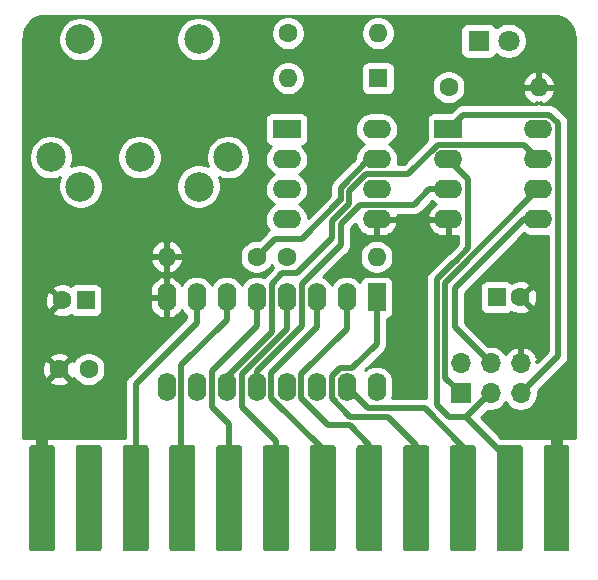
<source format=gbl>
G04 #@! TF.GenerationSoftware,KiCad,Pcbnew,5.1.9+dfsg1-1*
G04 #@! TF.CreationDate,2021-03-03T12:24:53-06:00*
G04 #@! TF.ProjectId,C64UserPortMidi,43363455-7365-4725-906f-72744d696469,rev?*
G04 #@! TF.SameCoordinates,Original*
G04 #@! TF.FileFunction,Copper,L2,Bot*
G04 #@! TF.FilePolarity,Positive*
%FSLAX46Y46*%
G04 Gerber Fmt 4.6, Leading zero omitted, Abs format (unit mm)*
G04 Created by KiCad (PCBNEW 5.1.9+dfsg1-1) date 2021-03-03 12:24:53*
%MOMM*%
%LPD*%
G01*
G04 APERTURE LIST*
G04 #@! TA.AperFunction,ComponentPad*
%ADD10C,2.500000*%
G04 #@! TD*
G04 #@! TA.AperFunction,ComponentPad*
%ADD11O,1.600000X1.600000*%
G04 #@! TD*
G04 #@! TA.AperFunction,ComponentPad*
%ADD12R,1.600000X1.600000*%
G04 #@! TD*
G04 #@! TA.AperFunction,ComponentPad*
%ADD13C,1.600000*%
G04 #@! TD*
G04 #@! TA.AperFunction,ComponentPad*
%ADD14R,1.700000X1.700000*%
G04 #@! TD*
G04 #@! TA.AperFunction,ComponentPad*
%ADD15O,1.700000X1.700000*%
G04 #@! TD*
G04 #@! TA.AperFunction,ComponentPad*
%ADD16R,2.400000X1.600000*%
G04 #@! TD*
G04 #@! TA.AperFunction,ComponentPad*
%ADD17O,2.400000X1.600000*%
G04 #@! TD*
G04 #@! TA.AperFunction,ComponentPad*
%ADD18R,1.600000X2.400000*%
G04 #@! TD*
G04 #@! TA.AperFunction,ComponentPad*
%ADD19O,1.600000X2.400000*%
G04 #@! TD*
G04 #@! TA.AperFunction,ComponentPad*
%ADD20R,1.800000X1.800000*%
G04 #@! TD*
G04 #@! TA.AperFunction,ComponentPad*
%ADD21C,1.800000*%
G04 #@! TD*
G04 #@! TA.AperFunction,Conductor*
%ADD22C,1.000000*%
G04 #@! TD*
G04 #@! TA.AperFunction,Conductor*
%ADD23C,0.500000*%
G04 #@! TD*
G04 #@! TA.AperFunction,Conductor*
%ADD24C,0.254000*%
G04 #@! TD*
G04 #@! TA.AperFunction,Conductor*
%ADD25C,0.150000*%
G04 #@! TD*
G04 APERTURE END LIST*
D10*
X124848000Y-101171000D03*
X112348000Y-103671000D03*
X117348000Y-101171000D03*
X109848000Y-101171000D03*
X122348000Y-103671000D03*
X112348000Y-91171000D03*
X122348000Y-91171000D03*
G04 #@! TA.AperFunction,SMDPad,CuDef*
G36*
G01*
X107994000Y-134328000D02*
X107994000Y-125768000D01*
G75*
G02*
X108214000Y-125548000I220000J0D01*
G01*
X109974000Y-125548000D01*
G75*
G02*
X110194000Y-125768000I0J-220000D01*
G01*
X110194000Y-134328000D01*
G75*
G02*
X109974000Y-134548000I-220000J0D01*
G01*
X108214000Y-134548000D01*
G75*
G02*
X107994000Y-134328000I0J220000D01*
G01*
G37*
G04 #@! TD.AperFunction*
G04 #@! TA.AperFunction,SMDPad,CuDef*
G36*
G01*
X111954000Y-134328000D02*
X111954000Y-125768000D01*
G75*
G02*
X112174000Y-125548000I220000J0D01*
G01*
X113934000Y-125548000D01*
G75*
G02*
X114154000Y-125768000I0J-220000D01*
G01*
X114154000Y-134328000D01*
G75*
G02*
X113934000Y-134548000I-220000J0D01*
G01*
X112174000Y-134548000D01*
G75*
G02*
X111954000Y-134328000I0J220000D01*
G01*
G37*
G04 #@! TD.AperFunction*
G04 #@! TA.AperFunction,SMDPad,CuDef*
G36*
G01*
X115914000Y-134328000D02*
X115914000Y-125768000D01*
G75*
G02*
X116134000Y-125548000I220000J0D01*
G01*
X117894000Y-125548000D01*
G75*
G02*
X118114000Y-125768000I0J-220000D01*
G01*
X118114000Y-134328000D01*
G75*
G02*
X117894000Y-134548000I-220000J0D01*
G01*
X116134000Y-134548000D01*
G75*
G02*
X115914000Y-134328000I0J220000D01*
G01*
G37*
G04 #@! TD.AperFunction*
G04 #@! TA.AperFunction,SMDPad,CuDef*
G36*
G01*
X119874000Y-134328000D02*
X119874000Y-125768000D01*
G75*
G02*
X120094000Y-125548000I220000J0D01*
G01*
X121854000Y-125548000D01*
G75*
G02*
X122074000Y-125768000I0J-220000D01*
G01*
X122074000Y-134328000D01*
G75*
G02*
X121854000Y-134548000I-220000J0D01*
G01*
X120094000Y-134548000D01*
G75*
G02*
X119874000Y-134328000I0J220000D01*
G01*
G37*
G04 #@! TD.AperFunction*
G04 #@! TA.AperFunction,SMDPad,CuDef*
G36*
G01*
X123834000Y-134328000D02*
X123834000Y-125768000D01*
G75*
G02*
X124054000Y-125548000I220000J0D01*
G01*
X125814000Y-125548000D01*
G75*
G02*
X126034000Y-125768000I0J-220000D01*
G01*
X126034000Y-134328000D01*
G75*
G02*
X125814000Y-134548000I-220000J0D01*
G01*
X124054000Y-134548000D01*
G75*
G02*
X123834000Y-134328000I0J220000D01*
G01*
G37*
G04 #@! TD.AperFunction*
G04 #@! TA.AperFunction,SMDPad,CuDef*
G36*
G01*
X127794000Y-134328000D02*
X127794000Y-125768000D01*
G75*
G02*
X128014000Y-125548000I220000J0D01*
G01*
X129774000Y-125548000D01*
G75*
G02*
X129994000Y-125768000I0J-220000D01*
G01*
X129994000Y-134328000D01*
G75*
G02*
X129774000Y-134548000I-220000J0D01*
G01*
X128014000Y-134548000D01*
G75*
G02*
X127794000Y-134328000I0J220000D01*
G01*
G37*
G04 #@! TD.AperFunction*
G04 #@! TA.AperFunction,SMDPad,CuDef*
G36*
G01*
X131754000Y-134328000D02*
X131754000Y-125768000D01*
G75*
G02*
X131974000Y-125548000I220000J0D01*
G01*
X133734000Y-125548000D01*
G75*
G02*
X133954000Y-125768000I0J-220000D01*
G01*
X133954000Y-134328000D01*
G75*
G02*
X133734000Y-134548000I-220000J0D01*
G01*
X131974000Y-134548000D01*
G75*
G02*
X131754000Y-134328000I0J220000D01*
G01*
G37*
G04 #@! TD.AperFunction*
G04 #@! TA.AperFunction,SMDPad,CuDef*
G36*
G01*
X135714000Y-134328000D02*
X135714000Y-125768000D01*
G75*
G02*
X135934000Y-125548000I220000J0D01*
G01*
X137694000Y-125548000D01*
G75*
G02*
X137914000Y-125768000I0J-220000D01*
G01*
X137914000Y-134328000D01*
G75*
G02*
X137694000Y-134548000I-220000J0D01*
G01*
X135934000Y-134548000D01*
G75*
G02*
X135714000Y-134328000I0J220000D01*
G01*
G37*
G04 #@! TD.AperFunction*
G04 #@! TA.AperFunction,SMDPad,CuDef*
G36*
G01*
X139674000Y-134328000D02*
X139674000Y-125768000D01*
G75*
G02*
X139894000Y-125548000I220000J0D01*
G01*
X141654000Y-125548000D01*
G75*
G02*
X141874000Y-125768000I0J-220000D01*
G01*
X141874000Y-134328000D01*
G75*
G02*
X141654000Y-134548000I-220000J0D01*
G01*
X139894000Y-134548000D01*
G75*
G02*
X139674000Y-134328000I0J220000D01*
G01*
G37*
G04 #@! TD.AperFunction*
G04 #@! TA.AperFunction,SMDPad,CuDef*
G36*
G01*
X143634000Y-134328000D02*
X143634000Y-125768000D01*
G75*
G02*
X143854000Y-125548000I220000J0D01*
G01*
X145614000Y-125548000D01*
G75*
G02*
X145834000Y-125768000I0J-220000D01*
G01*
X145834000Y-134328000D01*
G75*
G02*
X145614000Y-134548000I-220000J0D01*
G01*
X143854000Y-134548000D01*
G75*
G02*
X143634000Y-134328000I0J220000D01*
G01*
G37*
G04 #@! TD.AperFunction*
G04 #@! TA.AperFunction,SMDPad,CuDef*
G36*
G01*
X147594000Y-134328000D02*
X147594000Y-125768000D01*
G75*
G02*
X147814000Y-125548000I220000J0D01*
G01*
X149574000Y-125548000D01*
G75*
G02*
X149794000Y-125768000I0J-220000D01*
G01*
X149794000Y-134328000D01*
G75*
G02*
X149574000Y-134548000I-220000J0D01*
G01*
X147814000Y-134548000D01*
G75*
G02*
X147594000Y-134328000I0J220000D01*
G01*
G37*
G04 #@! TD.AperFunction*
G04 #@! TA.AperFunction,SMDPad,CuDef*
G36*
G01*
X151554000Y-134328000D02*
X151554000Y-125768000D01*
G75*
G02*
X151774000Y-125548000I220000J0D01*
G01*
X153534000Y-125548000D01*
G75*
G02*
X153754000Y-125768000I0J-220000D01*
G01*
X153754000Y-134328000D01*
G75*
G02*
X153534000Y-134548000I-220000J0D01*
G01*
X151774000Y-134548000D01*
G75*
G02*
X151554000Y-134328000I0J220000D01*
G01*
G37*
G04 #@! TD.AperFunction*
D11*
X129921000Y-94488000D03*
D12*
X137541000Y-94488000D03*
D13*
X149574000Y-113030000D03*
D12*
X147574000Y-113030000D03*
X112776000Y-113284000D03*
D13*
X110776000Y-113284000D03*
D14*
X144526000Y-121158000D03*
D15*
X144526000Y-118618000D03*
X147066000Y-121158000D03*
X147066000Y-118618000D03*
X149606000Y-121158000D03*
X149606000Y-118618000D03*
D13*
X129921000Y-90678000D03*
D11*
X137541000Y-90678000D03*
X137414000Y-109601000D03*
D13*
X129794000Y-109601000D03*
X127254000Y-109601000D03*
D11*
X119634000Y-109601000D03*
D16*
X143509001Y-98806000D03*
D17*
X151129001Y-106426000D03*
X143509001Y-101346000D03*
X151129001Y-103886000D03*
X143509001Y-103886000D03*
X151129001Y-101346000D03*
X143509001Y-106426000D03*
X151129001Y-98806000D03*
X137414000Y-98806000D03*
X129794000Y-106426000D03*
X137414000Y-101346000D03*
X129794000Y-103886000D03*
X137414000Y-103886000D03*
X129794000Y-101346000D03*
X137414000Y-106426000D03*
D16*
X129794000Y-98806000D03*
D18*
X137414000Y-113030000D03*
D19*
X119634000Y-120650000D03*
X134874000Y-113030000D03*
X122174000Y-120650000D03*
X132334000Y-113030000D03*
X124714000Y-120650000D03*
X129794000Y-113030000D03*
X127254000Y-120650000D03*
X127254000Y-113030000D03*
X129794000Y-120650000D03*
X124714000Y-113030000D03*
X132334000Y-120650000D03*
X122174000Y-113030000D03*
X134874000Y-120650000D03*
X119634000Y-113030000D03*
X137414000Y-120650000D03*
D13*
X113030000Y-119126000D03*
X110530000Y-119126000D03*
X143510000Y-95250000D03*
D11*
X151130000Y-95250000D03*
D20*
X146050000Y-91313000D03*
D21*
X148590000Y-91313000D03*
D22*
X152654000Y-130048000D02*
X152654000Y-124460000D01*
X109094000Y-130048000D02*
X109094000Y-124334000D01*
D23*
X147036002Y-121158000D02*
X147066000Y-121158000D01*
X145004002Y-123190000D02*
X147036002Y-121158000D01*
X143510000Y-123190000D02*
X145004002Y-123190000D01*
X142494000Y-122174000D02*
X143510000Y-123190000D01*
X142494000Y-111506000D02*
X142494000Y-122174000D01*
X144018000Y-110007039D02*
X143992961Y-110007039D01*
X145159011Y-108866028D02*
X144018000Y-110007039D01*
X143992961Y-110007039D02*
X142494000Y-111506000D01*
X145159011Y-102996010D02*
X145159011Y-108866028D01*
X143509001Y-101346000D02*
X145159011Y-102996010D01*
X148694000Y-126879998D02*
X145004002Y-123190000D01*
X148694000Y-130048000D02*
X148694000Y-126879998D01*
X149860000Y-106426000D02*
X151129001Y-106426000D01*
X144018000Y-112268000D02*
X149860000Y-106426000D01*
X144018000Y-115570000D02*
X144018000Y-112268000D01*
X147066000Y-118618000D02*
X144018000Y-115570000D01*
X152779011Y-117984989D02*
X149606000Y-121158000D01*
X152046772Y-97555990D02*
X152779011Y-98288229D01*
X144760010Y-97555990D02*
X152046772Y-97555990D01*
X152779011Y-98288229D02*
X152779011Y-117984989D01*
X143510000Y-98806000D02*
X144760010Y-97555990D01*
X143509001Y-98806000D02*
X143510000Y-98806000D01*
X117014000Y-120349000D02*
X117014000Y-130048000D01*
X122174000Y-115189000D02*
X117014000Y-120349000D01*
X122174000Y-113030000D02*
X122174000Y-115189000D01*
X121177990Y-129844010D02*
X120974000Y-130048000D01*
X124714000Y-113030000D02*
X124714000Y-114935000D01*
X120884010Y-129958010D02*
X120974000Y-130048000D01*
X120884010Y-118764990D02*
X120884010Y-129958010D01*
X124714000Y-114935000D02*
X120884010Y-118764990D01*
X127254000Y-113030000D02*
X127254000Y-115443000D01*
X123463990Y-119233010D02*
X123463990Y-122320990D01*
X127254000Y-115443000D02*
X123463990Y-119233010D01*
X124934000Y-123791000D02*
X124934000Y-130048000D01*
X123463990Y-122320990D02*
X124934000Y-123791000D01*
X128797990Y-129951990D02*
X128894000Y-130048000D01*
X126003990Y-119513048D02*
X126003990Y-122320990D01*
X129794000Y-115723038D02*
X126003990Y-119513048D01*
X129794000Y-113030000D02*
X129794000Y-115723038D01*
X128894000Y-125211000D02*
X128894000Y-130048000D01*
X126003990Y-122320990D02*
X128894000Y-125211000D01*
X132334000Y-113030000D02*
X132334000Y-115570000D01*
X132854000Y-125877781D02*
X132854000Y-130048000D01*
X128504010Y-121527791D02*
X132854000Y-125877781D01*
X128504010Y-119399990D02*
X128504010Y-121527791D01*
X132334000Y-115570000D02*
X128504010Y-119399990D01*
X134874000Y-113030000D02*
X134874000Y-115697000D01*
X131044010Y-121527791D02*
X133341219Y-123825000D01*
X131044010Y-119526990D02*
X131044010Y-121527791D01*
X134874000Y-115697000D02*
X131044010Y-119526990D01*
X134891256Y-123825000D02*
X134894276Y-123828020D01*
X133341219Y-123825000D02*
X134891256Y-123825000D01*
X134894276Y-123828020D02*
X135131020Y-123828020D01*
X136814000Y-125511000D02*
X136814000Y-130048000D01*
X135131020Y-123828020D02*
X136814000Y-125511000D01*
X137414000Y-113030000D02*
X137414000Y-116967000D01*
X133623990Y-119732229D02*
X133623990Y-121567771D01*
X134356229Y-118999990D02*
X133623990Y-119732229D01*
X133623990Y-121567771D02*
X135184229Y-123128010D01*
X135381010Y-118999990D02*
X134356229Y-118999990D01*
X137414000Y-116967000D02*
X135381010Y-118999990D01*
X140774000Y-125548000D02*
X140774000Y-130048000D01*
X138354010Y-123128010D02*
X140774000Y-125548000D01*
X135184229Y-123128010D02*
X138354010Y-123128010D01*
X134874000Y-120650000D02*
X136652000Y-122428000D01*
X136652000Y-122428000D02*
X141478000Y-122428000D01*
X144734000Y-125684000D02*
X144734000Y-130048000D01*
X141478000Y-122428000D02*
X144734000Y-125684000D01*
X134366000Y-103776257D02*
X134366000Y-104827076D01*
X136796257Y-101346000D02*
X134366000Y-103776257D01*
X137414000Y-101346000D02*
X136796257Y-101346000D01*
X134331180Y-104827076D02*
X131081256Y-108077000D01*
X134366000Y-104827076D02*
X134331180Y-104827076D01*
X128778000Y-108077000D02*
X127254000Y-109601000D01*
X131081256Y-108077000D02*
X128778000Y-108077000D01*
X140569010Y-105175990D02*
X135997010Y-105175990D01*
X141859000Y-103886000D02*
X140569010Y-105175990D01*
X143509001Y-103886000D02*
X141859000Y-103886000D01*
X127254000Y-120650000D02*
X127254000Y-119253000D01*
X131083990Y-115423010D02*
X131083990Y-111906990D01*
X127254000Y-119253000D02*
X131083990Y-115423010D01*
X131083990Y-111906990D02*
X134366000Y-108624980D01*
X134366000Y-106807000D02*
X135997010Y-105175990D01*
X134366000Y-108624980D02*
X134366000Y-106807000D01*
X143225999Y-119857999D02*
X144526000Y-121158000D01*
X143225999Y-111789002D02*
X143225999Y-119857999D01*
X151129001Y-103886000D02*
X143225999Y-111789002D01*
X142591230Y-100095990D02*
X140091210Y-102596010D01*
X149878991Y-100095990D02*
X142591230Y-100095990D01*
X151129001Y-101346000D02*
X149878991Y-100095990D01*
X133604000Y-106544219D02*
X133638819Y-106544219D01*
X133638819Y-106544219D02*
X135077519Y-105105519D01*
X136536209Y-102596010D02*
X140091210Y-102596010D01*
X135077519Y-104054700D02*
X136536209Y-102596010D01*
X135077519Y-105105519D02*
X135077519Y-104054700D01*
X128543990Y-113399792D02*
X128543990Y-113185771D01*
X124714000Y-119813076D02*
X124714000Y-120650000D01*
X128543990Y-115983086D02*
X124714000Y-119813076D01*
X128543990Y-113399792D02*
X128543990Y-115983086D01*
X133638819Y-107606183D02*
X133638819Y-106544219D01*
X133638819Y-108042181D02*
X133638819Y-107606183D01*
X130683000Y-110998000D02*
X133638819Y-108042181D01*
X129452980Y-110998000D02*
X130683000Y-110998000D01*
X128543990Y-111906990D02*
X129452980Y-110998000D01*
X128543990Y-113399792D02*
X128543990Y-111906990D01*
D24*
X152688345Y-89217909D02*
X153039008Y-89323780D01*
X153362425Y-89495744D01*
X153646284Y-89727254D01*
X153879765Y-90009486D01*
X154053983Y-90331695D01*
X154162302Y-90681614D01*
X154203801Y-91076452D01*
X154203800Y-124187618D01*
X154203801Y-124187628D01*
X154203801Y-124968000D01*
X154015957Y-124968000D01*
X153998180Y-124958498D01*
X153878482Y-124922188D01*
X153754000Y-124909928D01*
X152939750Y-124913000D01*
X152884750Y-124968000D01*
X152423250Y-124968000D01*
X152368250Y-124913000D01*
X151554000Y-124909928D01*
X151429518Y-124922188D01*
X151309820Y-124958498D01*
X151292043Y-124968000D01*
X149878486Y-124968000D01*
X149741402Y-124926416D01*
X149574000Y-124909928D01*
X147975509Y-124909928D01*
X146255580Y-123190000D01*
X146822019Y-122623562D01*
X146919740Y-122643000D01*
X147212260Y-122643000D01*
X147499158Y-122585932D01*
X147769411Y-122473990D01*
X148012632Y-122311475D01*
X148219475Y-122104632D01*
X148336000Y-121930240D01*
X148452525Y-122104632D01*
X148659368Y-122311475D01*
X148902589Y-122473990D01*
X149172842Y-122585932D01*
X149459740Y-122643000D01*
X149752260Y-122643000D01*
X150039158Y-122585932D01*
X150309411Y-122473990D01*
X150552632Y-122311475D01*
X150759475Y-122104632D01*
X150921990Y-121861411D01*
X151033932Y-121591158D01*
X151091000Y-121304260D01*
X151091000Y-121011740D01*
X151076539Y-120939039D01*
X153374060Y-118641519D01*
X153407828Y-118613806D01*
X153436885Y-118578401D01*
X153518421Y-118479049D01*
X153547483Y-118424678D01*
X153600600Y-118325302D01*
X153651206Y-118158479D01*
X153664011Y-118028466D01*
X153664011Y-118028456D01*
X153668292Y-117984990D01*
X153664011Y-117941524D01*
X153664011Y-98331694D01*
X153668292Y-98288228D01*
X153664011Y-98244762D01*
X153664011Y-98244752D01*
X153651206Y-98114739D01*
X153600600Y-97947916D01*
X153518422Y-97794170D01*
X153407828Y-97659412D01*
X153374061Y-97631700D01*
X152703306Y-96960946D01*
X152675589Y-96927173D01*
X152540831Y-96816579D01*
X152387085Y-96734401D01*
X152220262Y-96683795D01*
X152090249Y-96670990D01*
X152090241Y-96670990D01*
X152046772Y-96666709D01*
X152003303Y-96670990D01*
X151257002Y-96670990D01*
X151257002Y-96520625D01*
X151479040Y-96641909D01*
X151743881Y-96547070D01*
X151985131Y-96402385D01*
X152193519Y-96213414D01*
X152361037Y-95987420D01*
X152481246Y-95733087D01*
X152521904Y-95599039D01*
X152399915Y-95377000D01*
X151257000Y-95377000D01*
X151257000Y-95397000D01*
X151003000Y-95397000D01*
X151003000Y-95377000D01*
X149860085Y-95377000D01*
X149738096Y-95599039D01*
X149778754Y-95733087D01*
X149898963Y-95987420D01*
X150066481Y-96213414D01*
X150274869Y-96402385D01*
X150516119Y-96547070D01*
X150780960Y-96641909D01*
X151002998Y-96520625D01*
X151002998Y-96670990D01*
X144803475Y-96670990D01*
X144760009Y-96666709D01*
X144716543Y-96670990D01*
X144716533Y-96670990D01*
X144586520Y-96683795D01*
X144419697Y-96734401D01*
X144265951Y-96816579D01*
X144265949Y-96816580D01*
X144265950Y-96816580D01*
X144164963Y-96899458D01*
X144164961Y-96899460D01*
X144131193Y-96927173D01*
X144103480Y-96960941D01*
X143696493Y-97367928D01*
X142309001Y-97367928D01*
X142184519Y-97380188D01*
X142064821Y-97416498D01*
X141954507Y-97475463D01*
X141857816Y-97554815D01*
X141778464Y-97651506D01*
X141719499Y-97761820D01*
X141683189Y-97881518D01*
X141670929Y-98006000D01*
X141670929Y-99606000D01*
X141683189Y-99730482D01*
X141688302Y-99747339D01*
X139724632Y-101711010D01*
X139202846Y-101711010D01*
X139228236Y-101627309D01*
X139255943Y-101346000D01*
X139228236Y-101064691D01*
X139146182Y-100794192D01*
X139012932Y-100544899D01*
X138833608Y-100326392D01*
X138615101Y-100147068D01*
X138482142Y-100076000D01*
X138615101Y-100004932D01*
X138833608Y-99825608D01*
X139012932Y-99607101D01*
X139146182Y-99357808D01*
X139228236Y-99087309D01*
X139255943Y-98806000D01*
X139228236Y-98524691D01*
X139146182Y-98254192D01*
X139012932Y-98004899D01*
X138833608Y-97786392D01*
X138615101Y-97607068D01*
X138365808Y-97473818D01*
X138095309Y-97391764D01*
X137884492Y-97371000D01*
X136943508Y-97371000D01*
X136732691Y-97391764D01*
X136462192Y-97473818D01*
X136212899Y-97607068D01*
X135994392Y-97786392D01*
X135815068Y-98004899D01*
X135681818Y-98254192D01*
X135599764Y-98524691D01*
X135572057Y-98806000D01*
X135599764Y-99087309D01*
X135681818Y-99357808D01*
X135815068Y-99607101D01*
X135994392Y-99825608D01*
X136212899Y-100004932D01*
X136345858Y-100076000D01*
X136212899Y-100147068D01*
X135994392Y-100326392D01*
X135815068Y-100544899D01*
X135681818Y-100794192D01*
X135599764Y-101064691D01*
X135575048Y-101315630D01*
X133770956Y-103119723D01*
X133737183Y-103147440D01*
X133626589Y-103282199D01*
X133544411Y-103435945D01*
X133493805Y-103602768D01*
X133481000Y-103732781D01*
X133481000Y-103732788D01*
X133476719Y-103776257D01*
X133481000Y-103819727D01*
X133481001Y-104425676D01*
X131622022Y-106284656D01*
X131608236Y-106144691D01*
X131526182Y-105874192D01*
X131392932Y-105624899D01*
X131213608Y-105406392D01*
X130995101Y-105227068D01*
X130862142Y-105156000D01*
X130995101Y-105084932D01*
X131213608Y-104905608D01*
X131392932Y-104687101D01*
X131526182Y-104437808D01*
X131608236Y-104167309D01*
X131635943Y-103886000D01*
X131608236Y-103604691D01*
X131526182Y-103334192D01*
X131392932Y-103084899D01*
X131213608Y-102866392D01*
X130995101Y-102687068D01*
X130862142Y-102616000D01*
X130995101Y-102544932D01*
X131213608Y-102365608D01*
X131392932Y-102147101D01*
X131526182Y-101897808D01*
X131608236Y-101627309D01*
X131635943Y-101346000D01*
X131608236Y-101064691D01*
X131526182Y-100794192D01*
X131392932Y-100544899D01*
X131213608Y-100326392D01*
X131100518Y-100233581D01*
X131118482Y-100231812D01*
X131238180Y-100195502D01*
X131348494Y-100136537D01*
X131445185Y-100057185D01*
X131524537Y-99960494D01*
X131583502Y-99850180D01*
X131619812Y-99730482D01*
X131632072Y-99606000D01*
X131632072Y-98006000D01*
X131619812Y-97881518D01*
X131583502Y-97761820D01*
X131524537Y-97651506D01*
X131445185Y-97554815D01*
X131348494Y-97475463D01*
X131238180Y-97416498D01*
X131118482Y-97380188D01*
X130994000Y-97367928D01*
X128594000Y-97367928D01*
X128469518Y-97380188D01*
X128349820Y-97416498D01*
X128239506Y-97475463D01*
X128142815Y-97554815D01*
X128063463Y-97651506D01*
X128004498Y-97761820D01*
X127968188Y-97881518D01*
X127955928Y-98006000D01*
X127955928Y-99606000D01*
X127968188Y-99730482D01*
X128004498Y-99850180D01*
X128063463Y-99960494D01*
X128142815Y-100057185D01*
X128239506Y-100136537D01*
X128349820Y-100195502D01*
X128469518Y-100231812D01*
X128487482Y-100233581D01*
X128374392Y-100326392D01*
X128195068Y-100544899D01*
X128061818Y-100794192D01*
X127979764Y-101064691D01*
X127952057Y-101346000D01*
X127979764Y-101627309D01*
X128061818Y-101897808D01*
X128195068Y-102147101D01*
X128374392Y-102365608D01*
X128592899Y-102544932D01*
X128725858Y-102616000D01*
X128592899Y-102687068D01*
X128374392Y-102866392D01*
X128195068Y-103084899D01*
X128061818Y-103334192D01*
X127979764Y-103604691D01*
X127952057Y-103886000D01*
X127979764Y-104167309D01*
X128061818Y-104437808D01*
X128195068Y-104687101D01*
X128374392Y-104905608D01*
X128592899Y-105084932D01*
X128725858Y-105156000D01*
X128592899Y-105227068D01*
X128374392Y-105406392D01*
X128195068Y-105624899D01*
X128061818Y-105874192D01*
X127979764Y-106144691D01*
X127952057Y-106426000D01*
X127979764Y-106707309D01*
X128061818Y-106977808D01*
X128195068Y-107227101D01*
X128285194Y-107336919D01*
X128283941Y-107337589D01*
X128283939Y-107337590D01*
X128283940Y-107337590D01*
X128182953Y-107420468D01*
X128182951Y-107420470D01*
X128149183Y-107448183D01*
X128121470Y-107481951D01*
X127430439Y-108172983D01*
X127395335Y-108166000D01*
X127112665Y-108166000D01*
X126835426Y-108221147D01*
X126574273Y-108329320D01*
X126339241Y-108486363D01*
X126139363Y-108686241D01*
X125982320Y-108921273D01*
X125874147Y-109182426D01*
X125819000Y-109459665D01*
X125819000Y-109742335D01*
X125874147Y-110019574D01*
X125982320Y-110280727D01*
X126139363Y-110515759D01*
X126339241Y-110715637D01*
X126574273Y-110872680D01*
X126835426Y-110980853D01*
X127112665Y-111036000D01*
X127395335Y-111036000D01*
X127672574Y-110980853D01*
X127933727Y-110872680D01*
X128168759Y-110715637D01*
X128368637Y-110515759D01*
X128524000Y-110283241D01*
X128679363Y-110515759D01*
X128681503Y-110517899D01*
X127948941Y-111250461D01*
X127915174Y-111278173D01*
X127887461Y-111311941D01*
X127887458Y-111311944D01*
X127870620Y-111332461D01*
X127805808Y-111297818D01*
X127535309Y-111215764D01*
X127254000Y-111188057D01*
X126972692Y-111215764D01*
X126702193Y-111297818D01*
X126452900Y-111431068D01*
X126234393Y-111610392D01*
X126055068Y-111828899D01*
X125984000Y-111961858D01*
X125912932Y-111828899D01*
X125733608Y-111610392D01*
X125515101Y-111431068D01*
X125265808Y-111297818D01*
X124995309Y-111215764D01*
X124714000Y-111188057D01*
X124432692Y-111215764D01*
X124162193Y-111297818D01*
X123912900Y-111431068D01*
X123694393Y-111610392D01*
X123515068Y-111828899D01*
X123444000Y-111961858D01*
X123372932Y-111828899D01*
X123193608Y-111610392D01*
X122975101Y-111431068D01*
X122725808Y-111297818D01*
X122455309Y-111215764D01*
X122174000Y-111188057D01*
X121892692Y-111215764D01*
X121622193Y-111297818D01*
X121372900Y-111431068D01*
X121154393Y-111610392D01*
X120975068Y-111828899D01*
X120906735Y-111956741D01*
X120756601Y-111727161D01*
X120558895Y-111525500D01*
X120325646Y-111366285D01*
X120065818Y-111255633D01*
X119983039Y-111238096D01*
X119761000Y-111360085D01*
X119761000Y-112903000D01*
X119781000Y-112903000D01*
X119781000Y-113157000D01*
X119761000Y-113157000D01*
X119761000Y-114699915D01*
X119983039Y-114821904D01*
X120065818Y-114804367D01*
X120325646Y-114693715D01*
X120558895Y-114534500D01*
X120756601Y-114332839D01*
X120906735Y-114103258D01*
X120975068Y-114231100D01*
X121154392Y-114449607D01*
X121289001Y-114560078D01*
X121289001Y-114822420D01*
X116418956Y-119692466D01*
X116385183Y-119720183D01*
X116274589Y-119854942D01*
X116192411Y-120008688D01*
X116159038Y-120118702D01*
X116147742Y-120155941D01*
X116141805Y-120175511D01*
X116129000Y-120305524D01*
X116129000Y-120305531D01*
X116124719Y-120349000D01*
X116129000Y-120392469D01*
X116129000Y-124910420D01*
X115966598Y-124926416D01*
X115829514Y-124968000D01*
X114238486Y-124968000D01*
X114101402Y-124926416D01*
X113934000Y-124909928D01*
X112174000Y-124909928D01*
X112006598Y-124926416D01*
X111869514Y-124968000D01*
X110455957Y-124968000D01*
X110438180Y-124958498D01*
X110318482Y-124922188D01*
X110194000Y-124909928D01*
X109379750Y-124913000D01*
X109324750Y-124968000D01*
X108863250Y-124968000D01*
X108808250Y-124913000D01*
X107994000Y-124909928D01*
X107869518Y-124922188D01*
X107749820Y-124958498D01*
X107732043Y-124968000D01*
X107517800Y-124968000D01*
X107517800Y-120118702D01*
X109716903Y-120118702D01*
X109788486Y-120362671D01*
X110043996Y-120483571D01*
X110318184Y-120552300D01*
X110600512Y-120566217D01*
X110880130Y-120524787D01*
X111146292Y-120429603D01*
X111271514Y-120362671D01*
X111343097Y-120118702D01*
X110530000Y-119305605D01*
X109716903Y-120118702D01*
X107517800Y-120118702D01*
X107517800Y-119196512D01*
X109089783Y-119196512D01*
X109131213Y-119476130D01*
X109226397Y-119742292D01*
X109293329Y-119867514D01*
X109537298Y-119939097D01*
X110350395Y-119126000D01*
X110709605Y-119126000D01*
X111522702Y-119939097D01*
X111766671Y-119867514D01*
X111780324Y-119838659D01*
X111915363Y-120040759D01*
X112115241Y-120240637D01*
X112350273Y-120397680D01*
X112611426Y-120505853D01*
X112888665Y-120561000D01*
X113171335Y-120561000D01*
X113448574Y-120505853D01*
X113709727Y-120397680D01*
X113944759Y-120240637D01*
X114144637Y-120040759D01*
X114301680Y-119805727D01*
X114409853Y-119544574D01*
X114465000Y-119267335D01*
X114465000Y-118984665D01*
X114409853Y-118707426D01*
X114301680Y-118446273D01*
X114144637Y-118211241D01*
X113944759Y-118011363D01*
X113709727Y-117854320D01*
X113448574Y-117746147D01*
X113171335Y-117691000D01*
X112888665Y-117691000D01*
X112611426Y-117746147D01*
X112350273Y-117854320D01*
X112115241Y-118011363D01*
X111915363Y-118211241D01*
X111781308Y-118411869D01*
X111766671Y-118384486D01*
X111522702Y-118312903D01*
X110709605Y-119126000D01*
X110350395Y-119126000D01*
X109537298Y-118312903D01*
X109293329Y-118384486D01*
X109172429Y-118639996D01*
X109103700Y-118914184D01*
X109089783Y-119196512D01*
X107517800Y-119196512D01*
X107517800Y-118133298D01*
X109716903Y-118133298D01*
X110530000Y-118946395D01*
X111343097Y-118133298D01*
X111271514Y-117889329D01*
X111016004Y-117768429D01*
X110741816Y-117699700D01*
X110459488Y-117685783D01*
X110179870Y-117727213D01*
X109913708Y-117822397D01*
X109788486Y-117889329D01*
X109716903Y-118133298D01*
X107517800Y-118133298D01*
X107517800Y-113354512D01*
X109335783Y-113354512D01*
X109377213Y-113634130D01*
X109472397Y-113900292D01*
X109539329Y-114025514D01*
X109783298Y-114097097D01*
X110596395Y-113284000D01*
X109783298Y-112470903D01*
X109539329Y-112542486D01*
X109418429Y-112797996D01*
X109349700Y-113072184D01*
X109335783Y-113354512D01*
X107517800Y-113354512D01*
X107517800Y-112291298D01*
X109962903Y-112291298D01*
X110776000Y-113104395D01*
X110790143Y-113090253D01*
X110969748Y-113269858D01*
X110955605Y-113284000D01*
X110969748Y-113298143D01*
X110790143Y-113477748D01*
X110776000Y-113463605D01*
X109962903Y-114276702D01*
X110034486Y-114520671D01*
X110289996Y-114641571D01*
X110564184Y-114710300D01*
X110846512Y-114724217D01*
X111126130Y-114682787D01*
X111392292Y-114587603D01*
X111514309Y-114522384D01*
X111524815Y-114535185D01*
X111621506Y-114614537D01*
X111731820Y-114673502D01*
X111851518Y-114709812D01*
X111976000Y-114722072D01*
X113576000Y-114722072D01*
X113700482Y-114709812D01*
X113820180Y-114673502D01*
X113930494Y-114614537D01*
X114027185Y-114535185D01*
X114106537Y-114438494D01*
X114165502Y-114328180D01*
X114201812Y-114208482D01*
X114214072Y-114084000D01*
X114214072Y-113157000D01*
X118199000Y-113157000D01*
X118199000Y-113557000D01*
X118251350Y-113834514D01*
X118356834Y-114096483D01*
X118511399Y-114332839D01*
X118709105Y-114534500D01*
X118942354Y-114693715D01*
X119202182Y-114804367D01*
X119284961Y-114821904D01*
X119507000Y-114699915D01*
X119507000Y-113157000D01*
X118199000Y-113157000D01*
X114214072Y-113157000D01*
X114214072Y-112503000D01*
X118199000Y-112503000D01*
X118199000Y-112903000D01*
X119507000Y-112903000D01*
X119507000Y-111360085D01*
X119284961Y-111238096D01*
X119202182Y-111255633D01*
X118942354Y-111366285D01*
X118709105Y-111525500D01*
X118511399Y-111727161D01*
X118356834Y-111963517D01*
X118251350Y-112225486D01*
X118199000Y-112503000D01*
X114214072Y-112503000D01*
X114214072Y-112484000D01*
X114201812Y-112359518D01*
X114165502Y-112239820D01*
X114106537Y-112129506D01*
X114027185Y-112032815D01*
X113930494Y-111953463D01*
X113820180Y-111894498D01*
X113700482Y-111858188D01*
X113576000Y-111845928D01*
X111976000Y-111845928D01*
X111851518Y-111858188D01*
X111731820Y-111894498D01*
X111621506Y-111953463D01*
X111524815Y-112032815D01*
X111514193Y-112045758D01*
X111262004Y-111926429D01*
X110987816Y-111857700D01*
X110705488Y-111843783D01*
X110425870Y-111885213D01*
X110159708Y-111980397D01*
X110034486Y-112047329D01*
X109962903Y-112291298D01*
X107517800Y-112291298D01*
X107517800Y-109950039D01*
X118242096Y-109950039D01*
X118282754Y-110084087D01*
X118402963Y-110338420D01*
X118570481Y-110564414D01*
X118778869Y-110753385D01*
X119020119Y-110898070D01*
X119284960Y-110992909D01*
X119507000Y-110871624D01*
X119507000Y-109728000D01*
X119761000Y-109728000D01*
X119761000Y-110871624D01*
X119983040Y-110992909D01*
X120247881Y-110898070D01*
X120489131Y-110753385D01*
X120697519Y-110564414D01*
X120865037Y-110338420D01*
X120985246Y-110084087D01*
X121025904Y-109950039D01*
X120903915Y-109728000D01*
X119761000Y-109728000D01*
X119507000Y-109728000D01*
X118364085Y-109728000D01*
X118242096Y-109950039D01*
X107517800Y-109950039D01*
X107517800Y-109251961D01*
X118242096Y-109251961D01*
X118364085Y-109474000D01*
X119507000Y-109474000D01*
X119507000Y-108330376D01*
X119761000Y-108330376D01*
X119761000Y-109474000D01*
X120903915Y-109474000D01*
X121025904Y-109251961D01*
X120985246Y-109117913D01*
X120865037Y-108863580D01*
X120697519Y-108637586D01*
X120489131Y-108448615D01*
X120247881Y-108303930D01*
X119983040Y-108209091D01*
X119761000Y-108330376D01*
X119507000Y-108330376D01*
X119284960Y-108209091D01*
X119020119Y-108303930D01*
X118778869Y-108448615D01*
X118570481Y-108637586D01*
X118402963Y-108863580D01*
X118282754Y-109117913D01*
X118242096Y-109251961D01*
X107517800Y-109251961D01*
X107517800Y-100985344D01*
X107963000Y-100985344D01*
X107963000Y-101356656D01*
X108035439Y-101720834D01*
X108177534Y-102063882D01*
X108383825Y-102372618D01*
X108646382Y-102635175D01*
X108955118Y-102841466D01*
X109298166Y-102983561D01*
X109662344Y-103056000D01*
X110033656Y-103056000D01*
X110397834Y-102983561D01*
X110632740Y-102886260D01*
X110535439Y-103121166D01*
X110463000Y-103485344D01*
X110463000Y-103856656D01*
X110535439Y-104220834D01*
X110677534Y-104563882D01*
X110883825Y-104872618D01*
X111146382Y-105135175D01*
X111455118Y-105341466D01*
X111798166Y-105483561D01*
X112162344Y-105556000D01*
X112533656Y-105556000D01*
X112897834Y-105483561D01*
X113240882Y-105341466D01*
X113549618Y-105135175D01*
X113812175Y-104872618D01*
X114018466Y-104563882D01*
X114160561Y-104220834D01*
X114233000Y-103856656D01*
X114233000Y-103485344D01*
X120463000Y-103485344D01*
X120463000Y-103856656D01*
X120535439Y-104220834D01*
X120677534Y-104563882D01*
X120883825Y-104872618D01*
X121146382Y-105135175D01*
X121455118Y-105341466D01*
X121798166Y-105483561D01*
X122162344Y-105556000D01*
X122533656Y-105556000D01*
X122897834Y-105483561D01*
X123240882Y-105341466D01*
X123549618Y-105135175D01*
X123812175Y-104872618D01*
X124018466Y-104563882D01*
X124160561Y-104220834D01*
X124233000Y-103856656D01*
X124233000Y-103485344D01*
X124160561Y-103121166D01*
X124063260Y-102886260D01*
X124298166Y-102983561D01*
X124662344Y-103056000D01*
X125033656Y-103056000D01*
X125397834Y-102983561D01*
X125740882Y-102841466D01*
X126049618Y-102635175D01*
X126312175Y-102372618D01*
X126518466Y-102063882D01*
X126660561Y-101720834D01*
X126733000Y-101356656D01*
X126733000Y-100985344D01*
X126660561Y-100621166D01*
X126518466Y-100278118D01*
X126312175Y-99969382D01*
X126049618Y-99706825D01*
X125740882Y-99500534D01*
X125397834Y-99358439D01*
X125033656Y-99286000D01*
X124662344Y-99286000D01*
X124298166Y-99358439D01*
X123955118Y-99500534D01*
X123646382Y-99706825D01*
X123383825Y-99969382D01*
X123177534Y-100278118D01*
X123035439Y-100621166D01*
X122963000Y-100985344D01*
X122963000Y-101356656D01*
X123035439Y-101720834D01*
X123132740Y-101955740D01*
X122897834Y-101858439D01*
X122533656Y-101786000D01*
X122162344Y-101786000D01*
X121798166Y-101858439D01*
X121455118Y-102000534D01*
X121146382Y-102206825D01*
X120883825Y-102469382D01*
X120677534Y-102778118D01*
X120535439Y-103121166D01*
X120463000Y-103485344D01*
X114233000Y-103485344D01*
X114160561Y-103121166D01*
X114018466Y-102778118D01*
X113812175Y-102469382D01*
X113549618Y-102206825D01*
X113240882Y-102000534D01*
X112897834Y-101858439D01*
X112533656Y-101786000D01*
X112162344Y-101786000D01*
X111798166Y-101858439D01*
X111563260Y-101955740D01*
X111660561Y-101720834D01*
X111733000Y-101356656D01*
X111733000Y-100985344D01*
X115463000Y-100985344D01*
X115463000Y-101356656D01*
X115535439Y-101720834D01*
X115677534Y-102063882D01*
X115883825Y-102372618D01*
X116146382Y-102635175D01*
X116455118Y-102841466D01*
X116798166Y-102983561D01*
X117162344Y-103056000D01*
X117533656Y-103056000D01*
X117897834Y-102983561D01*
X118240882Y-102841466D01*
X118549618Y-102635175D01*
X118812175Y-102372618D01*
X119018466Y-102063882D01*
X119160561Y-101720834D01*
X119233000Y-101356656D01*
X119233000Y-100985344D01*
X119160561Y-100621166D01*
X119018466Y-100278118D01*
X118812175Y-99969382D01*
X118549618Y-99706825D01*
X118240882Y-99500534D01*
X117897834Y-99358439D01*
X117533656Y-99286000D01*
X117162344Y-99286000D01*
X116798166Y-99358439D01*
X116455118Y-99500534D01*
X116146382Y-99706825D01*
X115883825Y-99969382D01*
X115677534Y-100278118D01*
X115535439Y-100621166D01*
X115463000Y-100985344D01*
X111733000Y-100985344D01*
X111660561Y-100621166D01*
X111518466Y-100278118D01*
X111312175Y-99969382D01*
X111049618Y-99706825D01*
X110740882Y-99500534D01*
X110397834Y-99358439D01*
X110033656Y-99286000D01*
X109662344Y-99286000D01*
X109298166Y-99358439D01*
X108955118Y-99500534D01*
X108646382Y-99706825D01*
X108383825Y-99969382D01*
X108177534Y-100278118D01*
X108035439Y-100621166D01*
X107963000Y-100985344D01*
X107517800Y-100985344D01*
X107517800Y-94346665D01*
X128486000Y-94346665D01*
X128486000Y-94629335D01*
X128541147Y-94906574D01*
X128649320Y-95167727D01*
X128806363Y-95402759D01*
X129006241Y-95602637D01*
X129241273Y-95759680D01*
X129502426Y-95867853D01*
X129779665Y-95923000D01*
X130062335Y-95923000D01*
X130339574Y-95867853D01*
X130600727Y-95759680D01*
X130835759Y-95602637D01*
X131035637Y-95402759D01*
X131192680Y-95167727D01*
X131300853Y-94906574D01*
X131356000Y-94629335D01*
X131356000Y-94346665D01*
X131300853Y-94069426D01*
X131192680Y-93808273D01*
X131112317Y-93688000D01*
X136102928Y-93688000D01*
X136102928Y-95288000D01*
X136115188Y-95412482D01*
X136151498Y-95532180D01*
X136210463Y-95642494D01*
X136289815Y-95739185D01*
X136386506Y-95818537D01*
X136496820Y-95877502D01*
X136616518Y-95913812D01*
X136741000Y-95926072D01*
X138341000Y-95926072D01*
X138465482Y-95913812D01*
X138585180Y-95877502D01*
X138695494Y-95818537D01*
X138792185Y-95739185D01*
X138871537Y-95642494D01*
X138930502Y-95532180D01*
X138966812Y-95412482D01*
X138979072Y-95288000D01*
X138979072Y-95108665D01*
X142075000Y-95108665D01*
X142075000Y-95391335D01*
X142130147Y-95668574D01*
X142238320Y-95929727D01*
X142395363Y-96164759D01*
X142595241Y-96364637D01*
X142830273Y-96521680D01*
X143091426Y-96629853D01*
X143368665Y-96685000D01*
X143651335Y-96685000D01*
X143928574Y-96629853D01*
X144189727Y-96521680D01*
X144424759Y-96364637D01*
X144624637Y-96164759D01*
X144781680Y-95929727D01*
X144889853Y-95668574D01*
X144945000Y-95391335D01*
X144945000Y-95108665D01*
X144903685Y-94900961D01*
X149738096Y-94900961D01*
X149860085Y-95123000D01*
X151003000Y-95123000D01*
X151003000Y-93979376D01*
X151257000Y-93979376D01*
X151257000Y-95123000D01*
X152399915Y-95123000D01*
X152521904Y-94900961D01*
X152481246Y-94766913D01*
X152361037Y-94512580D01*
X152193519Y-94286586D01*
X151985131Y-94097615D01*
X151743881Y-93952930D01*
X151479040Y-93858091D01*
X151257000Y-93979376D01*
X151003000Y-93979376D01*
X150780960Y-93858091D01*
X150516119Y-93952930D01*
X150274869Y-94097615D01*
X150066481Y-94286586D01*
X149898963Y-94512580D01*
X149778754Y-94766913D01*
X149738096Y-94900961D01*
X144903685Y-94900961D01*
X144889853Y-94831426D01*
X144781680Y-94570273D01*
X144624637Y-94335241D01*
X144424759Y-94135363D01*
X144189727Y-93978320D01*
X143928574Y-93870147D01*
X143651335Y-93815000D01*
X143368665Y-93815000D01*
X143091426Y-93870147D01*
X142830273Y-93978320D01*
X142595241Y-94135363D01*
X142395363Y-94335241D01*
X142238320Y-94570273D01*
X142130147Y-94831426D01*
X142075000Y-95108665D01*
X138979072Y-95108665D01*
X138979072Y-93688000D01*
X138966812Y-93563518D01*
X138930502Y-93443820D01*
X138871537Y-93333506D01*
X138792185Y-93236815D01*
X138695494Y-93157463D01*
X138585180Y-93098498D01*
X138465482Y-93062188D01*
X138341000Y-93049928D01*
X136741000Y-93049928D01*
X136616518Y-93062188D01*
X136496820Y-93098498D01*
X136386506Y-93157463D01*
X136289815Y-93236815D01*
X136210463Y-93333506D01*
X136151498Y-93443820D01*
X136115188Y-93563518D01*
X136102928Y-93688000D01*
X131112317Y-93688000D01*
X131035637Y-93573241D01*
X130835759Y-93373363D01*
X130600727Y-93216320D01*
X130339574Y-93108147D01*
X130062335Y-93053000D01*
X129779665Y-93053000D01*
X129502426Y-93108147D01*
X129241273Y-93216320D01*
X129006241Y-93373363D01*
X128806363Y-93573241D01*
X128649320Y-93808273D01*
X128541147Y-94069426D01*
X128486000Y-94346665D01*
X107517800Y-94346665D01*
X107517800Y-91091279D01*
X107528187Y-90985344D01*
X110463000Y-90985344D01*
X110463000Y-91356656D01*
X110535439Y-91720834D01*
X110677534Y-92063882D01*
X110883825Y-92372618D01*
X111146382Y-92635175D01*
X111455118Y-92841466D01*
X111798166Y-92983561D01*
X112162344Y-93056000D01*
X112533656Y-93056000D01*
X112897834Y-92983561D01*
X113240882Y-92841466D01*
X113549618Y-92635175D01*
X113812175Y-92372618D01*
X114018466Y-92063882D01*
X114160561Y-91720834D01*
X114233000Y-91356656D01*
X114233000Y-90985344D01*
X120463000Y-90985344D01*
X120463000Y-91356656D01*
X120535439Y-91720834D01*
X120677534Y-92063882D01*
X120883825Y-92372618D01*
X121146382Y-92635175D01*
X121455118Y-92841466D01*
X121798166Y-92983561D01*
X122162344Y-93056000D01*
X122533656Y-93056000D01*
X122897834Y-92983561D01*
X123240882Y-92841466D01*
X123549618Y-92635175D01*
X123812175Y-92372618D01*
X124018466Y-92063882D01*
X124160561Y-91720834D01*
X124233000Y-91356656D01*
X124233000Y-90985344D01*
X124160561Y-90621166D01*
X124125560Y-90536665D01*
X128486000Y-90536665D01*
X128486000Y-90819335D01*
X128541147Y-91096574D01*
X128649320Y-91357727D01*
X128806363Y-91592759D01*
X129006241Y-91792637D01*
X129241273Y-91949680D01*
X129502426Y-92057853D01*
X129779665Y-92113000D01*
X130062335Y-92113000D01*
X130339574Y-92057853D01*
X130600727Y-91949680D01*
X130835759Y-91792637D01*
X131035637Y-91592759D01*
X131192680Y-91357727D01*
X131300853Y-91096574D01*
X131356000Y-90819335D01*
X131356000Y-90536665D01*
X136106000Y-90536665D01*
X136106000Y-90819335D01*
X136161147Y-91096574D01*
X136269320Y-91357727D01*
X136426363Y-91592759D01*
X136626241Y-91792637D01*
X136861273Y-91949680D01*
X137122426Y-92057853D01*
X137399665Y-92113000D01*
X137682335Y-92113000D01*
X137959574Y-92057853D01*
X138220727Y-91949680D01*
X138455759Y-91792637D01*
X138655637Y-91592759D01*
X138812680Y-91357727D01*
X138920853Y-91096574D01*
X138976000Y-90819335D01*
X138976000Y-90536665D01*
X138951402Y-90413000D01*
X144511928Y-90413000D01*
X144511928Y-92213000D01*
X144524188Y-92337482D01*
X144560498Y-92457180D01*
X144619463Y-92567494D01*
X144698815Y-92664185D01*
X144795506Y-92743537D01*
X144905820Y-92802502D01*
X145025518Y-92838812D01*
X145150000Y-92851072D01*
X146950000Y-92851072D01*
X147074482Y-92838812D01*
X147194180Y-92802502D01*
X147304494Y-92743537D01*
X147401185Y-92664185D01*
X147480537Y-92567494D01*
X147539502Y-92457180D01*
X147545056Y-92438873D01*
X147611495Y-92505312D01*
X147862905Y-92673299D01*
X148142257Y-92789011D01*
X148438816Y-92848000D01*
X148741184Y-92848000D01*
X149037743Y-92789011D01*
X149317095Y-92673299D01*
X149568505Y-92505312D01*
X149782312Y-92291505D01*
X149950299Y-92040095D01*
X150066011Y-91760743D01*
X150125000Y-91464184D01*
X150125000Y-91161816D01*
X150066011Y-90865257D01*
X149950299Y-90585905D01*
X149782312Y-90334495D01*
X149568505Y-90120688D01*
X149317095Y-89952701D01*
X149037743Y-89836989D01*
X148741184Y-89778000D01*
X148438816Y-89778000D01*
X148142257Y-89836989D01*
X147862905Y-89952701D01*
X147611495Y-90120688D01*
X147545056Y-90187127D01*
X147539502Y-90168820D01*
X147480537Y-90058506D01*
X147401185Y-89961815D01*
X147304494Y-89882463D01*
X147194180Y-89823498D01*
X147074482Y-89787188D01*
X146950000Y-89774928D01*
X145150000Y-89774928D01*
X145025518Y-89787188D01*
X144905820Y-89823498D01*
X144795506Y-89882463D01*
X144698815Y-89961815D01*
X144619463Y-90058506D01*
X144560498Y-90168820D01*
X144524188Y-90288518D01*
X144511928Y-90413000D01*
X138951402Y-90413000D01*
X138920853Y-90259426D01*
X138812680Y-89998273D01*
X138655637Y-89763241D01*
X138455759Y-89563363D01*
X138220727Y-89406320D01*
X137959574Y-89298147D01*
X137682335Y-89243000D01*
X137399665Y-89243000D01*
X137122426Y-89298147D01*
X136861273Y-89406320D01*
X136626241Y-89563363D01*
X136426363Y-89763241D01*
X136269320Y-89998273D01*
X136161147Y-90259426D01*
X136106000Y-90536665D01*
X131356000Y-90536665D01*
X131300853Y-90259426D01*
X131192680Y-89998273D01*
X131035637Y-89763241D01*
X130835759Y-89563363D01*
X130600727Y-89406320D01*
X130339574Y-89298147D01*
X130062335Y-89243000D01*
X129779665Y-89243000D01*
X129502426Y-89298147D01*
X129241273Y-89406320D01*
X129006241Y-89563363D01*
X128806363Y-89763241D01*
X128649320Y-89998273D01*
X128541147Y-90259426D01*
X128486000Y-90536665D01*
X124125560Y-90536665D01*
X124018466Y-90278118D01*
X123812175Y-89969382D01*
X123549618Y-89706825D01*
X123240882Y-89500534D01*
X122897834Y-89358439D01*
X122533656Y-89286000D01*
X122162344Y-89286000D01*
X121798166Y-89358439D01*
X121455118Y-89500534D01*
X121146382Y-89706825D01*
X120883825Y-89969382D01*
X120677534Y-90278118D01*
X120535439Y-90621166D01*
X120463000Y-90985344D01*
X114233000Y-90985344D01*
X114160561Y-90621166D01*
X114018466Y-90278118D01*
X113812175Y-89969382D01*
X113549618Y-89706825D01*
X113240882Y-89500534D01*
X112897834Y-89358439D01*
X112533656Y-89286000D01*
X112162344Y-89286000D01*
X111798166Y-89358439D01*
X111455118Y-89500534D01*
X111146382Y-89706825D01*
X110883825Y-89969382D01*
X110677534Y-90278118D01*
X110535439Y-90621166D01*
X110463000Y-90985344D01*
X107528187Y-90985344D01*
X107556709Y-90694455D01*
X107662580Y-90343792D01*
X107834544Y-90020375D01*
X108066054Y-89736516D01*
X108348286Y-89503035D01*
X108670495Y-89328817D01*
X109020414Y-89220498D01*
X109415243Y-89179000D01*
X152291521Y-89179000D01*
X152688345Y-89217909D01*
G04 #@! TA.AperFunction,Conductor*
D25*
G36*
X152688345Y-89217909D02*
G01*
X153039008Y-89323780D01*
X153362425Y-89495744D01*
X153646284Y-89727254D01*
X153879765Y-90009486D01*
X154053983Y-90331695D01*
X154162302Y-90681614D01*
X154203801Y-91076452D01*
X154203800Y-124187618D01*
X154203801Y-124187628D01*
X154203801Y-124968000D01*
X154015957Y-124968000D01*
X153998180Y-124958498D01*
X153878482Y-124922188D01*
X153754000Y-124909928D01*
X152939750Y-124913000D01*
X152884750Y-124968000D01*
X152423250Y-124968000D01*
X152368250Y-124913000D01*
X151554000Y-124909928D01*
X151429518Y-124922188D01*
X151309820Y-124958498D01*
X151292043Y-124968000D01*
X149878486Y-124968000D01*
X149741402Y-124926416D01*
X149574000Y-124909928D01*
X147975509Y-124909928D01*
X146255580Y-123190000D01*
X146822019Y-122623562D01*
X146919740Y-122643000D01*
X147212260Y-122643000D01*
X147499158Y-122585932D01*
X147769411Y-122473990D01*
X148012632Y-122311475D01*
X148219475Y-122104632D01*
X148336000Y-121930240D01*
X148452525Y-122104632D01*
X148659368Y-122311475D01*
X148902589Y-122473990D01*
X149172842Y-122585932D01*
X149459740Y-122643000D01*
X149752260Y-122643000D01*
X150039158Y-122585932D01*
X150309411Y-122473990D01*
X150552632Y-122311475D01*
X150759475Y-122104632D01*
X150921990Y-121861411D01*
X151033932Y-121591158D01*
X151091000Y-121304260D01*
X151091000Y-121011740D01*
X151076539Y-120939039D01*
X153374060Y-118641519D01*
X153407828Y-118613806D01*
X153436885Y-118578401D01*
X153518421Y-118479049D01*
X153547483Y-118424678D01*
X153600600Y-118325302D01*
X153651206Y-118158479D01*
X153664011Y-118028466D01*
X153664011Y-118028456D01*
X153668292Y-117984990D01*
X153664011Y-117941524D01*
X153664011Y-98331694D01*
X153668292Y-98288228D01*
X153664011Y-98244762D01*
X153664011Y-98244752D01*
X153651206Y-98114739D01*
X153600600Y-97947916D01*
X153518422Y-97794170D01*
X153407828Y-97659412D01*
X153374061Y-97631700D01*
X152703306Y-96960946D01*
X152675589Y-96927173D01*
X152540831Y-96816579D01*
X152387085Y-96734401D01*
X152220262Y-96683795D01*
X152090249Y-96670990D01*
X152090241Y-96670990D01*
X152046772Y-96666709D01*
X152003303Y-96670990D01*
X151257002Y-96670990D01*
X151257002Y-96520625D01*
X151479040Y-96641909D01*
X151743881Y-96547070D01*
X151985131Y-96402385D01*
X152193519Y-96213414D01*
X152361037Y-95987420D01*
X152481246Y-95733087D01*
X152521904Y-95599039D01*
X152399915Y-95377000D01*
X151257000Y-95377000D01*
X151257000Y-95397000D01*
X151003000Y-95397000D01*
X151003000Y-95377000D01*
X149860085Y-95377000D01*
X149738096Y-95599039D01*
X149778754Y-95733087D01*
X149898963Y-95987420D01*
X150066481Y-96213414D01*
X150274869Y-96402385D01*
X150516119Y-96547070D01*
X150780960Y-96641909D01*
X151002998Y-96520625D01*
X151002998Y-96670990D01*
X144803475Y-96670990D01*
X144760009Y-96666709D01*
X144716543Y-96670990D01*
X144716533Y-96670990D01*
X144586520Y-96683795D01*
X144419697Y-96734401D01*
X144265951Y-96816579D01*
X144265949Y-96816580D01*
X144265950Y-96816580D01*
X144164963Y-96899458D01*
X144164961Y-96899460D01*
X144131193Y-96927173D01*
X144103480Y-96960941D01*
X143696493Y-97367928D01*
X142309001Y-97367928D01*
X142184519Y-97380188D01*
X142064821Y-97416498D01*
X141954507Y-97475463D01*
X141857816Y-97554815D01*
X141778464Y-97651506D01*
X141719499Y-97761820D01*
X141683189Y-97881518D01*
X141670929Y-98006000D01*
X141670929Y-99606000D01*
X141683189Y-99730482D01*
X141688302Y-99747339D01*
X139724632Y-101711010D01*
X139202846Y-101711010D01*
X139228236Y-101627309D01*
X139255943Y-101346000D01*
X139228236Y-101064691D01*
X139146182Y-100794192D01*
X139012932Y-100544899D01*
X138833608Y-100326392D01*
X138615101Y-100147068D01*
X138482142Y-100076000D01*
X138615101Y-100004932D01*
X138833608Y-99825608D01*
X139012932Y-99607101D01*
X139146182Y-99357808D01*
X139228236Y-99087309D01*
X139255943Y-98806000D01*
X139228236Y-98524691D01*
X139146182Y-98254192D01*
X139012932Y-98004899D01*
X138833608Y-97786392D01*
X138615101Y-97607068D01*
X138365808Y-97473818D01*
X138095309Y-97391764D01*
X137884492Y-97371000D01*
X136943508Y-97371000D01*
X136732691Y-97391764D01*
X136462192Y-97473818D01*
X136212899Y-97607068D01*
X135994392Y-97786392D01*
X135815068Y-98004899D01*
X135681818Y-98254192D01*
X135599764Y-98524691D01*
X135572057Y-98806000D01*
X135599764Y-99087309D01*
X135681818Y-99357808D01*
X135815068Y-99607101D01*
X135994392Y-99825608D01*
X136212899Y-100004932D01*
X136345858Y-100076000D01*
X136212899Y-100147068D01*
X135994392Y-100326392D01*
X135815068Y-100544899D01*
X135681818Y-100794192D01*
X135599764Y-101064691D01*
X135575048Y-101315630D01*
X133770956Y-103119723D01*
X133737183Y-103147440D01*
X133626589Y-103282199D01*
X133544411Y-103435945D01*
X133493805Y-103602768D01*
X133481000Y-103732781D01*
X133481000Y-103732788D01*
X133476719Y-103776257D01*
X133481000Y-103819727D01*
X133481001Y-104425676D01*
X131622022Y-106284656D01*
X131608236Y-106144691D01*
X131526182Y-105874192D01*
X131392932Y-105624899D01*
X131213608Y-105406392D01*
X130995101Y-105227068D01*
X130862142Y-105156000D01*
X130995101Y-105084932D01*
X131213608Y-104905608D01*
X131392932Y-104687101D01*
X131526182Y-104437808D01*
X131608236Y-104167309D01*
X131635943Y-103886000D01*
X131608236Y-103604691D01*
X131526182Y-103334192D01*
X131392932Y-103084899D01*
X131213608Y-102866392D01*
X130995101Y-102687068D01*
X130862142Y-102616000D01*
X130995101Y-102544932D01*
X131213608Y-102365608D01*
X131392932Y-102147101D01*
X131526182Y-101897808D01*
X131608236Y-101627309D01*
X131635943Y-101346000D01*
X131608236Y-101064691D01*
X131526182Y-100794192D01*
X131392932Y-100544899D01*
X131213608Y-100326392D01*
X131100518Y-100233581D01*
X131118482Y-100231812D01*
X131238180Y-100195502D01*
X131348494Y-100136537D01*
X131445185Y-100057185D01*
X131524537Y-99960494D01*
X131583502Y-99850180D01*
X131619812Y-99730482D01*
X131632072Y-99606000D01*
X131632072Y-98006000D01*
X131619812Y-97881518D01*
X131583502Y-97761820D01*
X131524537Y-97651506D01*
X131445185Y-97554815D01*
X131348494Y-97475463D01*
X131238180Y-97416498D01*
X131118482Y-97380188D01*
X130994000Y-97367928D01*
X128594000Y-97367928D01*
X128469518Y-97380188D01*
X128349820Y-97416498D01*
X128239506Y-97475463D01*
X128142815Y-97554815D01*
X128063463Y-97651506D01*
X128004498Y-97761820D01*
X127968188Y-97881518D01*
X127955928Y-98006000D01*
X127955928Y-99606000D01*
X127968188Y-99730482D01*
X128004498Y-99850180D01*
X128063463Y-99960494D01*
X128142815Y-100057185D01*
X128239506Y-100136537D01*
X128349820Y-100195502D01*
X128469518Y-100231812D01*
X128487482Y-100233581D01*
X128374392Y-100326392D01*
X128195068Y-100544899D01*
X128061818Y-100794192D01*
X127979764Y-101064691D01*
X127952057Y-101346000D01*
X127979764Y-101627309D01*
X128061818Y-101897808D01*
X128195068Y-102147101D01*
X128374392Y-102365608D01*
X128592899Y-102544932D01*
X128725858Y-102616000D01*
X128592899Y-102687068D01*
X128374392Y-102866392D01*
X128195068Y-103084899D01*
X128061818Y-103334192D01*
X127979764Y-103604691D01*
X127952057Y-103886000D01*
X127979764Y-104167309D01*
X128061818Y-104437808D01*
X128195068Y-104687101D01*
X128374392Y-104905608D01*
X128592899Y-105084932D01*
X128725858Y-105156000D01*
X128592899Y-105227068D01*
X128374392Y-105406392D01*
X128195068Y-105624899D01*
X128061818Y-105874192D01*
X127979764Y-106144691D01*
X127952057Y-106426000D01*
X127979764Y-106707309D01*
X128061818Y-106977808D01*
X128195068Y-107227101D01*
X128285194Y-107336919D01*
X128283941Y-107337589D01*
X128283939Y-107337590D01*
X128283940Y-107337590D01*
X128182953Y-107420468D01*
X128182951Y-107420470D01*
X128149183Y-107448183D01*
X128121470Y-107481951D01*
X127430439Y-108172983D01*
X127395335Y-108166000D01*
X127112665Y-108166000D01*
X126835426Y-108221147D01*
X126574273Y-108329320D01*
X126339241Y-108486363D01*
X126139363Y-108686241D01*
X125982320Y-108921273D01*
X125874147Y-109182426D01*
X125819000Y-109459665D01*
X125819000Y-109742335D01*
X125874147Y-110019574D01*
X125982320Y-110280727D01*
X126139363Y-110515759D01*
X126339241Y-110715637D01*
X126574273Y-110872680D01*
X126835426Y-110980853D01*
X127112665Y-111036000D01*
X127395335Y-111036000D01*
X127672574Y-110980853D01*
X127933727Y-110872680D01*
X128168759Y-110715637D01*
X128368637Y-110515759D01*
X128524000Y-110283241D01*
X128679363Y-110515759D01*
X128681503Y-110517899D01*
X127948941Y-111250461D01*
X127915174Y-111278173D01*
X127887461Y-111311941D01*
X127887458Y-111311944D01*
X127870620Y-111332461D01*
X127805808Y-111297818D01*
X127535309Y-111215764D01*
X127254000Y-111188057D01*
X126972692Y-111215764D01*
X126702193Y-111297818D01*
X126452900Y-111431068D01*
X126234393Y-111610392D01*
X126055068Y-111828899D01*
X125984000Y-111961858D01*
X125912932Y-111828899D01*
X125733608Y-111610392D01*
X125515101Y-111431068D01*
X125265808Y-111297818D01*
X124995309Y-111215764D01*
X124714000Y-111188057D01*
X124432692Y-111215764D01*
X124162193Y-111297818D01*
X123912900Y-111431068D01*
X123694393Y-111610392D01*
X123515068Y-111828899D01*
X123444000Y-111961858D01*
X123372932Y-111828899D01*
X123193608Y-111610392D01*
X122975101Y-111431068D01*
X122725808Y-111297818D01*
X122455309Y-111215764D01*
X122174000Y-111188057D01*
X121892692Y-111215764D01*
X121622193Y-111297818D01*
X121372900Y-111431068D01*
X121154393Y-111610392D01*
X120975068Y-111828899D01*
X120906735Y-111956741D01*
X120756601Y-111727161D01*
X120558895Y-111525500D01*
X120325646Y-111366285D01*
X120065818Y-111255633D01*
X119983039Y-111238096D01*
X119761000Y-111360085D01*
X119761000Y-112903000D01*
X119781000Y-112903000D01*
X119781000Y-113157000D01*
X119761000Y-113157000D01*
X119761000Y-114699915D01*
X119983039Y-114821904D01*
X120065818Y-114804367D01*
X120325646Y-114693715D01*
X120558895Y-114534500D01*
X120756601Y-114332839D01*
X120906735Y-114103258D01*
X120975068Y-114231100D01*
X121154392Y-114449607D01*
X121289001Y-114560078D01*
X121289001Y-114822420D01*
X116418956Y-119692466D01*
X116385183Y-119720183D01*
X116274589Y-119854942D01*
X116192411Y-120008688D01*
X116159038Y-120118702D01*
X116147742Y-120155941D01*
X116141805Y-120175511D01*
X116129000Y-120305524D01*
X116129000Y-120305531D01*
X116124719Y-120349000D01*
X116129000Y-120392469D01*
X116129000Y-124910420D01*
X115966598Y-124926416D01*
X115829514Y-124968000D01*
X114238486Y-124968000D01*
X114101402Y-124926416D01*
X113934000Y-124909928D01*
X112174000Y-124909928D01*
X112006598Y-124926416D01*
X111869514Y-124968000D01*
X110455957Y-124968000D01*
X110438180Y-124958498D01*
X110318482Y-124922188D01*
X110194000Y-124909928D01*
X109379750Y-124913000D01*
X109324750Y-124968000D01*
X108863250Y-124968000D01*
X108808250Y-124913000D01*
X107994000Y-124909928D01*
X107869518Y-124922188D01*
X107749820Y-124958498D01*
X107732043Y-124968000D01*
X107517800Y-124968000D01*
X107517800Y-120118702D01*
X109716903Y-120118702D01*
X109788486Y-120362671D01*
X110043996Y-120483571D01*
X110318184Y-120552300D01*
X110600512Y-120566217D01*
X110880130Y-120524787D01*
X111146292Y-120429603D01*
X111271514Y-120362671D01*
X111343097Y-120118702D01*
X110530000Y-119305605D01*
X109716903Y-120118702D01*
X107517800Y-120118702D01*
X107517800Y-119196512D01*
X109089783Y-119196512D01*
X109131213Y-119476130D01*
X109226397Y-119742292D01*
X109293329Y-119867514D01*
X109537298Y-119939097D01*
X110350395Y-119126000D01*
X110709605Y-119126000D01*
X111522702Y-119939097D01*
X111766671Y-119867514D01*
X111780324Y-119838659D01*
X111915363Y-120040759D01*
X112115241Y-120240637D01*
X112350273Y-120397680D01*
X112611426Y-120505853D01*
X112888665Y-120561000D01*
X113171335Y-120561000D01*
X113448574Y-120505853D01*
X113709727Y-120397680D01*
X113944759Y-120240637D01*
X114144637Y-120040759D01*
X114301680Y-119805727D01*
X114409853Y-119544574D01*
X114465000Y-119267335D01*
X114465000Y-118984665D01*
X114409853Y-118707426D01*
X114301680Y-118446273D01*
X114144637Y-118211241D01*
X113944759Y-118011363D01*
X113709727Y-117854320D01*
X113448574Y-117746147D01*
X113171335Y-117691000D01*
X112888665Y-117691000D01*
X112611426Y-117746147D01*
X112350273Y-117854320D01*
X112115241Y-118011363D01*
X111915363Y-118211241D01*
X111781308Y-118411869D01*
X111766671Y-118384486D01*
X111522702Y-118312903D01*
X110709605Y-119126000D01*
X110350395Y-119126000D01*
X109537298Y-118312903D01*
X109293329Y-118384486D01*
X109172429Y-118639996D01*
X109103700Y-118914184D01*
X109089783Y-119196512D01*
X107517800Y-119196512D01*
X107517800Y-118133298D01*
X109716903Y-118133298D01*
X110530000Y-118946395D01*
X111343097Y-118133298D01*
X111271514Y-117889329D01*
X111016004Y-117768429D01*
X110741816Y-117699700D01*
X110459488Y-117685783D01*
X110179870Y-117727213D01*
X109913708Y-117822397D01*
X109788486Y-117889329D01*
X109716903Y-118133298D01*
X107517800Y-118133298D01*
X107517800Y-113354512D01*
X109335783Y-113354512D01*
X109377213Y-113634130D01*
X109472397Y-113900292D01*
X109539329Y-114025514D01*
X109783298Y-114097097D01*
X110596395Y-113284000D01*
X109783298Y-112470903D01*
X109539329Y-112542486D01*
X109418429Y-112797996D01*
X109349700Y-113072184D01*
X109335783Y-113354512D01*
X107517800Y-113354512D01*
X107517800Y-112291298D01*
X109962903Y-112291298D01*
X110776000Y-113104395D01*
X110790143Y-113090253D01*
X110969748Y-113269858D01*
X110955605Y-113284000D01*
X110969748Y-113298143D01*
X110790143Y-113477748D01*
X110776000Y-113463605D01*
X109962903Y-114276702D01*
X110034486Y-114520671D01*
X110289996Y-114641571D01*
X110564184Y-114710300D01*
X110846512Y-114724217D01*
X111126130Y-114682787D01*
X111392292Y-114587603D01*
X111514309Y-114522384D01*
X111524815Y-114535185D01*
X111621506Y-114614537D01*
X111731820Y-114673502D01*
X111851518Y-114709812D01*
X111976000Y-114722072D01*
X113576000Y-114722072D01*
X113700482Y-114709812D01*
X113820180Y-114673502D01*
X113930494Y-114614537D01*
X114027185Y-114535185D01*
X114106537Y-114438494D01*
X114165502Y-114328180D01*
X114201812Y-114208482D01*
X114214072Y-114084000D01*
X114214072Y-113157000D01*
X118199000Y-113157000D01*
X118199000Y-113557000D01*
X118251350Y-113834514D01*
X118356834Y-114096483D01*
X118511399Y-114332839D01*
X118709105Y-114534500D01*
X118942354Y-114693715D01*
X119202182Y-114804367D01*
X119284961Y-114821904D01*
X119507000Y-114699915D01*
X119507000Y-113157000D01*
X118199000Y-113157000D01*
X114214072Y-113157000D01*
X114214072Y-112503000D01*
X118199000Y-112503000D01*
X118199000Y-112903000D01*
X119507000Y-112903000D01*
X119507000Y-111360085D01*
X119284961Y-111238096D01*
X119202182Y-111255633D01*
X118942354Y-111366285D01*
X118709105Y-111525500D01*
X118511399Y-111727161D01*
X118356834Y-111963517D01*
X118251350Y-112225486D01*
X118199000Y-112503000D01*
X114214072Y-112503000D01*
X114214072Y-112484000D01*
X114201812Y-112359518D01*
X114165502Y-112239820D01*
X114106537Y-112129506D01*
X114027185Y-112032815D01*
X113930494Y-111953463D01*
X113820180Y-111894498D01*
X113700482Y-111858188D01*
X113576000Y-111845928D01*
X111976000Y-111845928D01*
X111851518Y-111858188D01*
X111731820Y-111894498D01*
X111621506Y-111953463D01*
X111524815Y-112032815D01*
X111514193Y-112045758D01*
X111262004Y-111926429D01*
X110987816Y-111857700D01*
X110705488Y-111843783D01*
X110425870Y-111885213D01*
X110159708Y-111980397D01*
X110034486Y-112047329D01*
X109962903Y-112291298D01*
X107517800Y-112291298D01*
X107517800Y-109950039D01*
X118242096Y-109950039D01*
X118282754Y-110084087D01*
X118402963Y-110338420D01*
X118570481Y-110564414D01*
X118778869Y-110753385D01*
X119020119Y-110898070D01*
X119284960Y-110992909D01*
X119507000Y-110871624D01*
X119507000Y-109728000D01*
X119761000Y-109728000D01*
X119761000Y-110871624D01*
X119983040Y-110992909D01*
X120247881Y-110898070D01*
X120489131Y-110753385D01*
X120697519Y-110564414D01*
X120865037Y-110338420D01*
X120985246Y-110084087D01*
X121025904Y-109950039D01*
X120903915Y-109728000D01*
X119761000Y-109728000D01*
X119507000Y-109728000D01*
X118364085Y-109728000D01*
X118242096Y-109950039D01*
X107517800Y-109950039D01*
X107517800Y-109251961D01*
X118242096Y-109251961D01*
X118364085Y-109474000D01*
X119507000Y-109474000D01*
X119507000Y-108330376D01*
X119761000Y-108330376D01*
X119761000Y-109474000D01*
X120903915Y-109474000D01*
X121025904Y-109251961D01*
X120985246Y-109117913D01*
X120865037Y-108863580D01*
X120697519Y-108637586D01*
X120489131Y-108448615D01*
X120247881Y-108303930D01*
X119983040Y-108209091D01*
X119761000Y-108330376D01*
X119507000Y-108330376D01*
X119284960Y-108209091D01*
X119020119Y-108303930D01*
X118778869Y-108448615D01*
X118570481Y-108637586D01*
X118402963Y-108863580D01*
X118282754Y-109117913D01*
X118242096Y-109251961D01*
X107517800Y-109251961D01*
X107517800Y-100985344D01*
X107963000Y-100985344D01*
X107963000Y-101356656D01*
X108035439Y-101720834D01*
X108177534Y-102063882D01*
X108383825Y-102372618D01*
X108646382Y-102635175D01*
X108955118Y-102841466D01*
X109298166Y-102983561D01*
X109662344Y-103056000D01*
X110033656Y-103056000D01*
X110397834Y-102983561D01*
X110632740Y-102886260D01*
X110535439Y-103121166D01*
X110463000Y-103485344D01*
X110463000Y-103856656D01*
X110535439Y-104220834D01*
X110677534Y-104563882D01*
X110883825Y-104872618D01*
X111146382Y-105135175D01*
X111455118Y-105341466D01*
X111798166Y-105483561D01*
X112162344Y-105556000D01*
X112533656Y-105556000D01*
X112897834Y-105483561D01*
X113240882Y-105341466D01*
X113549618Y-105135175D01*
X113812175Y-104872618D01*
X114018466Y-104563882D01*
X114160561Y-104220834D01*
X114233000Y-103856656D01*
X114233000Y-103485344D01*
X120463000Y-103485344D01*
X120463000Y-103856656D01*
X120535439Y-104220834D01*
X120677534Y-104563882D01*
X120883825Y-104872618D01*
X121146382Y-105135175D01*
X121455118Y-105341466D01*
X121798166Y-105483561D01*
X122162344Y-105556000D01*
X122533656Y-105556000D01*
X122897834Y-105483561D01*
X123240882Y-105341466D01*
X123549618Y-105135175D01*
X123812175Y-104872618D01*
X124018466Y-104563882D01*
X124160561Y-104220834D01*
X124233000Y-103856656D01*
X124233000Y-103485344D01*
X124160561Y-103121166D01*
X124063260Y-102886260D01*
X124298166Y-102983561D01*
X124662344Y-103056000D01*
X125033656Y-103056000D01*
X125397834Y-102983561D01*
X125740882Y-102841466D01*
X126049618Y-102635175D01*
X126312175Y-102372618D01*
X126518466Y-102063882D01*
X126660561Y-101720834D01*
X126733000Y-101356656D01*
X126733000Y-100985344D01*
X126660561Y-100621166D01*
X126518466Y-100278118D01*
X126312175Y-99969382D01*
X126049618Y-99706825D01*
X125740882Y-99500534D01*
X125397834Y-99358439D01*
X125033656Y-99286000D01*
X124662344Y-99286000D01*
X124298166Y-99358439D01*
X123955118Y-99500534D01*
X123646382Y-99706825D01*
X123383825Y-99969382D01*
X123177534Y-100278118D01*
X123035439Y-100621166D01*
X122963000Y-100985344D01*
X122963000Y-101356656D01*
X123035439Y-101720834D01*
X123132740Y-101955740D01*
X122897834Y-101858439D01*
X122533656Y-101786000D01*
X122162344Y-101786000D01*
X121798166Y-101858439D01*
X121455118Y-102000534D01*
X121146382Y-102206825D01*
X120883825Y-102469382D01*
X120677534Y-102778118D01*
X120535439Y-103121166D01*
X120463000Y-103485344D01*
X114233000Y-103485344D01*
X114160561Y-103121166D01*
X114018466Y-102778118D01*
X113812175Y-102469382D01*
X113549618Y-102206825D01*
X113240882Y-102000534D01*
X112897834Y-101858439D01*
X112533656Y-101786000D01*
X112162344Y-101786000D01*
X111798166Y-101858439D01*
X111563260Y-101955740D01*
X111660561Y-101720834D01*
X111733000Y-101356656D01*
X111733000Y-100985344D01*
X115463000Y-100985344D01*
X115463000Y-101356656D01*
X115535439Y-101720834D01*
X115677534Y-102063882D01*
X115883825Y-102372618D01*
X116146382Y-102635175D01*
X116455118Y-102841466D01*
X116798166Y-102983561D01*
X117162344Y-103056000D01*
X117533656Y-103056000D01*
X117897834Y-102983561D01*
X118240882Y-102841466D01*
X118549618Y-102635175D01*
X118812175Y-102372618D01*
X119018466Y-102063882D01*
X119160561Y-101720834D01*
X119233000Y-101356656D01*
X119233000Y-100985344D01*
X119160561Y-100621166D01*
X119018466Y-100278118D01*
X118812175Y-99969382D01*
X118549618Y-99706825D01*
X118240882Y-99500534D01*
X117897834Y-99358439D01*
X117533656Y-99286000D01*
X117162344Y-99286000D01*
X116798166Y-99358439D01*
X116455118Y-99500534D01*
X116146382Y-99706825D01*
X115883825Y-99969382D01*
X115677534Y-100278118D01*
X115535439Y-100621166D01*
X115463000Y-100985344D01*
X111733000Y-100985344D01*
X111660561Y-100621166D01*
X111518466Y-100278118D01*
X111312175Y-99969382D01*
X111049618Y-99706825D01*
X110740882Y-99500534D01*
X110397834Y-99358439D01*
X110033656Y-99286000D01*
X109662344Y-99286000D01*
X109298166Y-99358439D01*
X108955118Y-99500534D01*
X108646382Y-99706825D01*
X108383825Y-99969382D01*
X108177534Y-100278118D01*
X108035439Y-100621166D01*
X107963000Y-100985344D01*
X107517800Y-100985344D01*
X107517800Y-94346665D01*
X128486000Y-94346665D01*
X128486000Y-94629335D01*
X128541147Y-94906574D01*
X128649320Y-95167727D01*
X128806363Y-95402759D01*
X129006241Y-95602637D01*
X129241273Y-95759680D01*
X129502426Y-95867853D01*
X129779665Y-95923000D01*
X130062335Y-95923000D01*
X130339574Y-95867853D01*
X130600727Y-95759680D01*
X130835759Y-95602637D01*
X131035637Y-95402759D01*
X131192680Y-95167727D01*
X131300853Y-94906574D01*
X131356000Y-94629335D01*
X131356000Y-94346665D01*
X131300853Y-94069426D01*
X131192680Y-93808273D01*
X131112317Y-93688000D01*
X136102928Y-93688000D01*
X136102928Y-95288000D01*
X136115188Y-95412482D01*
X136151498Y-95532180D01*
X136210463Y-95642494D01*
X136289815Y-95739185D01*
X136386506Y-95818537D01*
X136496820Y-95877502D01*
X136616518Y-95913812D01*
X136741000Y-95926072D01*
X138341000Y-95926072D01*
X138465482Y-95913812D01*
X138585180Y-95877502D01*
X138695494Y-95818537D01*
X138792185Y-95739185D01*
X138871537Y-95642494D01*
X138930502Y-95532180D01*
X138966812Y-95412482D01*
X138979072Y-95288000D01*
X138979072Y-95108665D01*
X142075000Y-95108665D01*
X142075000Y-95391335D01*
X142130147Y-95668574D01*
X142238320Y-95929727D01*
X142395363Y-96164759D01*
X142595241Y-96364637D01*
X142830273Y-96521680D01*
X143091426Y-96629853D01*
X143368665Y-96685000D01*
X143651335Y-96685000D01*
X143928574Y-96629853D01*
X144189727Y-96521680D01*
X144424759Y-96364637D01*
X144624637Y-96164759D01*
X144781680Y-95929727D01*
X144889853Y-95668574D01*
X144945000Y-95391335D01*
X144945000Y-95108665D01*
X144903685Y-94900961D01*
X149738096Y-94900961D01*
X149860085Y-95123000D01*
X151003000Y-95123000D01*
X151003000Y-93979376D01*
X151257000Y-93979376D01*
X151257000Y-95123000D01*
X152399915Y-95123000D01*
X152521904Y-94900961D01*
X152481246Y-94766913D01*
X152361037Y-94512580D01*
X152193519Y-94286586D01*
X151985131Y-94097615D01*
X151743881Y-93952930D01*
X151479040Y-93858091D01*
X151257000Y-93979376D01*
X151003000Y-93979376D01*
X150780960Y-93858091D01*
X150516119Y-93952930D01*
X150274869Y-94097615D01*
X150066481Y-94286586D01*
X149898963Y-94512580D01*
X149778754Y-94766913D01*
X149738096Y-94900961D01*
X144903685Y-94900961D01*
X144889853Y-94831426D01*
X144781680Y-94570273D01*
X144624637Y-94335241D01*
X144424759Y-94135363D01*
X144189727Y-93978320D01*
X143928574Y-93870147D01*
X143651335Y-93815000D01*
X143368665Y-93815000D01*
X143091426Y-93870147D01*
X142830273Y-93978320D01*
X142595241Y-94135363D01*
X142395363Y-94335241D01*
X142238320Y-94570273D01*
X142130147Y-94831426D01*
X142075000Y-95108665D01*
X138979072Y-95108665D01*
X138979072Y-93688000D01*
X138966812Y-93563518D01*
X138930502Y-93443820D01*
X138871537Y-93333506D01*
X138792185Y-93236815D01*
X138695494Y-93157463D01*
X138585180Y-93098498D01*
X138465482Y-93062188D01*
X138341000Y-93049928D01*
X136741000Y-93049928D01*
X136616518Y-93062188D01*
X136496820Y-93098498D01*
X136386506Y-93157463D01*
X136289815Y-93236815D01*
X136210463Y-93333506D01*
X136151498Y-93443820D01*
X136115188Y-93563518D01*
X136102928Y-93688000D01*
X131112317Y-93688000D01*
X131035637Y-93573241D01*
X130835759Y-93373363D01*
X130600727Y-93216320D01*
X130339574Y-93108147D01*
X130062335Y-93053000D01*
X129779665Y-93053000D01*
X129502426Y-93108147D01*
X129241273Y-93216320D01*
X129006241Y-93373363D01*
X128806363Y-93573241D01*
X128649320Y-93808273D01*
X128541147Y-94069426D01*
X128486000Y-94346665D01*
X107517800Y-94346665D01*
X107517800Y-91091279D01*
X107528187Y-90985344D01*
X110463000Y-90985344D01*
X110463000Y-91356656D01*
X110535439Y-91720834D01*
X110677534Y-92063882D01*
X110883825Y-92372618D01*
X111146382Y-92635175D01*
X111455118Y-92841466D01*
X111798166Y-92983561D01*
X112162344Y-93056000D01*
X112533656Y-93056000D01*
X112897834Y-92983561D01*
X113240882Y-92841466D01*
X113549618Y-92635175D01*
X113812175Y-92372618D01*
X114018466Y-92063882D01*
X114160561Y-91720834D01*
X114233000Y-91356656D01*
X114233000Y-90985344D01*
X120463000Y-90985344D01*
X120463000Y-91356656D01*
X120535439Y-91720834D01*
X120677534Y-92063882D01*
X120883825Y-92372618D01*
X121146382Y-92635175D01*
X121455118Y-92841466D01*
X121798166Y-92983561D01*
X122162344Y-93056000D01*
X122533656Y-93056000D01*
X122897834Y-92983561D01*
X123240882Y-92841466D01*
X123549618Y-92635175D01*
X123812175Y-92372618D01*
X124018466Y-92063882D01*
X124160561Y-91720834D01*
X124233000Y-91356656D01*
X124233000Y-90985344D01*
X124160561Y-90621166D01*
X124125560Y-90536665D01*
X128486000Y-90536665D01*
X128486000Y-90819335D01*
X128541147Y-91096574D01*
X128649320Y-91357727D01*
X128806363Y-91592759D01*
X129006241Y-91792637D01*
X129241273Y-91949680D01*
X129502426Y-92057853D01*
X129779665Y-92113000D01*
X130062335Y-92113000D01*
X130339574Y-92057853D01*
X130600727Y-91949680D01*
X130835759Y-91792637D01*
X131035637Y-91592759D01*
X131192680Y-91357727D01*
X131300853Y-91096574D01*
X131356000Y-90819335D01*
X131356000Y-90536665D01*
X136106000Y-90536665D01*
X136106000Y-90819335D01*
X136161147Y-91096574D01*
X136269320Y-91357727D01*
X136426363Y-91592759D01*
X136626241Y-91792637D01*
X136861273Y-91949680D01*
X137122426Y-92057853D01*
X137399665Y-92113000D01*
X137682335Y-92113000D01*
X137959574Y-92057853D01*
X138220727Y-91949680D01*
X138455759Y-91792637D01*
X138655637Y-91592759D01*
X138812680Y-91357727D01*
X138920853Y-91096574D01*
X138976000Y-90819335D01*
X138976000Y-90536665D01*
X138951402Y-90413000D01*
X144511928Y-90413000D01*
X144511928Y-92213000D01*
X144524188Y-92337482D01*
X144560498Y-92457180D01*
X144619463Y-92567494D01*
X144698815Y-92664185D01*
X144795506Y-92743537D01*
X144905820Y-92802502D01*
X145025518Y-92838812D01*
X145150000Y-92851072D01*
X146950000Y-92851072D01*
X147074482Y-92838812D01*
X147194180Y-92802502D01*
X147304494Y-92743537D01*
X147401185Y-92664185D01*
X147480537Y-92567494D01*
X147539502Y-92457180D01*
X147545056Y-92438873D01*
X147611495Y-92505312D01*
X147862905Y-92673299D01*
X148142257Y-92789011D01*
X148438816Y-92848000D01*
X148741184Y-92848000D01*
X149037743Y-92789011D01*
X149317095Y-92673299D01*
X149568505Y-92505312D01*
X149782312Y-92291505D01*
X149950299Y-92040095D01*
X150066011Y-91760743D01*
X150125000Y-91464184D01*
X150125000Y-91161816D01*
X150066011Y-90865257D01*
X149950299Y-90585905D01*
X149782312Y-90334495D01*
X149568505Y-90120688D01*
X149317095Y-89952701D01*
X149037743Y-89836989D01*
X148741184Y-89778000D01*
X148438816Y-89778000D01*
X148142257Y-89836989D01*
X147862905Y-89952701D01*
X147611495Y-90120688D01*
X147545056Y-90187127D01*
X147539502Y-90168820D01*
X147480537Y-90058506D01*
X147401185Y-89961815D01*
X147304494Y-89882463D01*
X147194180Y-89823498D01*
X147074482Y-89787188D01*
X146950000Y-89774928D01*
X145150000Y-89774928D01*
X145025518Y-89787188D01*
X144905820Y-89823498D01*
X144795506Y-89882463D01*
X144698815Y-89961815D01*
X144619463Y-90058506D01*
X144560498Y-90168820D01*
X144524188Y-90288518D01*
X144511928Y-90413000D01*
X138951402Y-90413000D01*
X138920853Y-90259426D01*
X138812680Y-89998273D01*
X138655637Y-89763241D01*
X138455759Y-89563363D01*
X138220727Y-89406320D01*
X137959574Y-89298147D01*
X137682335Y-89243000D01*
X137399665Y-89243000D01*
X137122426Y-89298147D01*
X136861273Y-89406320D01*
X136626241Y-89563363D01*
X136426363Y-89763241D01*
X136269320Y-89998273D01*
X136161147Y-90259426D01*
X136106000Y-90536665D01*
X131356000Y-90536665D01*
X131300853Y-90259426D01*
X131192680Y-89998273D01*
X131035637Y-89763241D01*
X130835759Y-89563363D01*
X130600727Y-89406320D01*
X130339574Y-89298147D01*
X130062335Y-89243000D01*
X129779665Y-89243000D01*
X129502426Y-89298147D01*
X129241273Y-89406320D01*
X129006241Y-89563363D01*
X128806363Y-89763241D01*
X128649320Y-89998273D01*
X128541147Y-90259426D01*
X128486000Y-90536665D01*
X124125560Y-90536665D01*
X124018466Y-90278118D01*
X123812175Y-89969382D01*
X123549618Y-89706825D01*
X123240882Y-89500534D01*
X122897834Y-89358439D01*
X122533656Y-89286000D01*
X122162344Y-89286000D01*
X121798166Y-89358439D01*
X121455118Y-89500534D01*
X121146382Y-89706825D01*
X120883825Y-89969382D01*
X120677534Y-90278118D01*
X120535439Y-90621166D01*
X120463000Y-90985344D01*
X114233000Y-90985344D01*
X114160561Y-90621166D01*
X114018466Y-90278118D01*
X113812175Y-89969382D01*
X113549618Y-89706825D01*
X113240882Y-89500534D01*
X112897834Y-89358439D01*
X112533656Y-89286000D01*
X112162344Y-89286000D01*
X111798166Y-89358439D01*
X111455118Y-89500534D01*
X111146382Y-89706825D01*
X110883825Y-89969382D01*
X110677534Y-90278118D01*
X110535439Y-90621166D01*
X110463000Y-90985344D01*
X107528187Y-90985344D01*
X107556709Y-90694455D01*
X107662580Y-90343792D01*
X107834544Y-90020375D01*
X108066054Y-89736516D01*
X108348286Y-89503035D01*
X108670495Y-89328817D01*
X109020414Y-89220498D01*
X109415243Y-89179000D01*
X152291521Y-89179000D01*
X152688345Y-89217909D01*
G37*
G04 #@! TD.AperFunction*
D24*
X142307900Y-105084932D02*
X142435742Y-105153265D01*
X142206162Y-105303399D01*
X142004501Y-105501105D01*
X141845286Y-105734354D01*
X141734634Y-105994182D01*
X141717097Y-106076961D01*
X141839086Y-106299000D01*
X143382001Y-106299000D01*
X143382001Y-106279000D01*
X143636001Y-106279000D01*
X143636001Y-106299000D01*
X143656001Y-106299000D01*
X143656001Y-106553000D01*
X143636001Y-106553000D01*
X143636001Y-107861000D01*
X144036001Y-107861000D01*
X144274012Y-107816102D01*
X144274012Y-108499448D01*
X143513791Y-109259670D01*
X143498902Y-109267628D01*
X143498900Y-109267629D01*
X143498901Y-109267629D01*
X143397914Y-109350507D01*
X143397912Y-109350509D01*
X143364144Y-109378222D01*
X143336431Y-109411990D01*
X141898956Y-110849466D01*
X141865183Y-110877183D01*
X141754589Y-111011942D01*
X141672411Y-111165688D01*
X141645126Y-111255633D01*
X141621805Y-111332510D01*
X141621233Y-111338314D01*
X141609000Y-111462524D01*
X141609000Y-111462531D01*
X141604719Y-111506000D01*
X141609000Y-111549469D01*
X141609001Y-121551620D01*
X141521477Y-121543000D01*
X141521469Y-121543000D01*
X141478000Y-121538719D01*
X141434531Y-121543000D01*
X138764021Y-121543000D01*
X138828236Y-121331309D01*
X138849000Y-121120492D01*
X138849000Y-120179509D01*
X138828236Y-119968691D01*
X138746182Y-119698192D01*
X138612932Y-119448899D01*
X138433608Y-119230392D01*
X138215101Y-119051068D01*
X137965808Y-118917818D01*
X137695309Y-118835764D01*
X137414000Y-118808057D01*
X137132692Y-118835764D01*
X136862193Y-118917818D01*
X136612900Y-119051068D01*
X136437852Y-119194726D01*
X138009049Y-117623530D01*
X138042817Y-117595817D01*
X138153411Y-117461059D01*
X138235589Y-117307313D01*
X138286195Y-117140490D01*
X138299000Y-117010477D01*
X138299000Y-117010467D01*
X138303281Y-116967001D01*
X138299000Y-116923534D01*
X138299000Y-114859701D01*
X138338482Y-114855812D01*
X138458180Y-114819502D01*
X138568494Y-114760537D01*
X138665185Y-114681185D01*
X138744537Y-114584494D01*
X138803502Y-114474180D01*
X138839812Y-114354482D01*
X138852072Y-114230000D01*
X138852072Y-111830000D01*
X138839812Y-111705518D01*
X138803502Y-111585820D01*
X138744537Y-111475506D01*
X138665185Y-111378815D01*
X138568494Y-111299463D01*
X138458180Y-111240498D01*
X138338482Y-111204188D01*
X138214000Y-111191928D01*
X136614000Y-111191928D01*
X136489518Y-111204188D01*
X136369820Y-111240498D01*
X136259506Y-111299463D01*
X136162815Y-111378815D01*
X136083463Y-111475506D01*
X136024498Y-111585820D01*
X135988188Y-111705518D01*
X135986419Y-111723482D01*
X135893608Y-111610392D01*
X135675101Y-111431068D01*
X135425808Y-111297818D01*
X135155309Y-111215764D01*
X134874000Y-111188057D01*
X134592692Y-111215764D01*
X134322193Y-111297818D01*
X134072900Y-111431068D01*
X133854393Y-111610392D01*
X133675068Y-111828899D01*
X133604000Y-111961858D01*
X133532932Y-111828899D01*
X133353608Y-111610392D01*
X133135101Y-111431068D01*
X132924213Y-111318346D01*
X134782894Y-109459665D01*
X135979000Y-109459665D01*
X135979000Y-109742335D01*
X136034147Y-110019574D01*
X136142320Y-110280727D01*
X136299363Y-110515759D01*
X136499241Y-110715637D01*
X136734273Y-110872680D01*
X136995426Y-110980853D01*
X137272665Y-111036000D01*
X137555335Y-111036000D01*
X137832574Y-110980853D01*
X138093727Y-110872680D01*
X138328759Y-110715637D01*
X138528637Y-110515759D01*
X138685680Y-110280727D01*
X138793853Y-110019574D01*
X138849000Y-109742335D01*
X138849000Y-109459665D01*
X138793853Y-109182426D01*
X138685680Y-108921273D01*
X138528637Y-108686241D01*
X138328759Y-108486363D01*
X138093727Y-108329320D01*
X137832574Y-108221147D01*
X137555335Y-108166000D01*
X137272665Y-108166000D01*
X136995426Y-108221147D01*
X136734273Y-108329320D01*
X136499241Y-108486363D01*
X136299363Y-108686241D01*
X136142320Y-108921273D01*
X136034147Y-109182426D01*
X135979000Y-109459665D01*
X134782894Y-109459665D01*
X134961050Y-109281509D01*
X134994817Y-109253797D01*
X135033764Y-109206341D01*
X135105410Y-109119040D01*
X135105411Y-109119039D01*
X135187589Y-108965293D01*
X135238195Y-108798470D01*
X135251000Y-108668457D01*
X135251000Y-108668447D01*
X135255281Y-108624981D01*
X135251000Y-108581514D01*
X135251000Y-107173578D01*
X135626894Y-106797685D01*
X135639633Y-106857818D01*
X135750285Y-107117646D01*
X135909500Y-107350895D01*
X136111161Y-107548601D01*
X136347517Y-107703166D01*
X136609486Y-107808650D01*
X136887000Y-107861000D01*
X137287000Y-107861000D01*
X137287000Y-106553000D01*
X137541000Y-106553000D01*
X137541000Y-107861000D01*
X137941000Y-107861000D01*
X138218514Y-107808650D01*
X138480483Y-107703166D01*
X138716839Y-107548601D01*
X138918500Y-107350895D01*
X139077715Y-107117646D01*
X139188367Y-106857818D01*
X139205904Y-106775039D01*
X141717097Y-106775039D01*
X141734634Y-106857818D01*
X141845286Y-107117646D01*
X142004501Y-107350895D01*
X142206162Y-107548601D01*
X142442518Y-107703166D01*
X142704487Y-107808650D01*
X142982001Y-107861000D01*
X143382001Y-107861000D01*
X143382001Y-106553000D01*
X141839086Y-106553000D01*
X141717097Y-106775039D01*
X139205904Y-106775039D01*
X139083915Y-106553000D01*
X137541000Y-106553000D01*
X137287000Y-106553000D01*
X137267000Y-106553000D01*
X137267000Y-106299000D01*
X137287000Y-106299000D01*
X137287000Y-106279000D01*
X137541000Y-106279000D01*
X137541000Y-106299000D01*
X139083915Y-106299000D01*
X139205904Y-106076961D01*
X139202520Y-106060990D01*
X140525541Y-106060990D01*
X140569010Y-106065271D01*
X140612479Y-106060990D01*
X140612487Y-106060990D01*
X140742500Y-106048185D01*
X140909323Y-105997579D01*
X141063069Y-105915401D01*
X141197827Y-105804807D01*
X141225544Y-105771034D01*
X142090260Y-104906319D01*
X142307900Y-105084932D01*
G04 #@! TA.AperFunction,Conductor*
D25*
G36*
X142307900Y-105084932D02*
G01*
X142435742Y-105153265D01*
X142206162Y-105303399D01*
X142004501Y-105501105D01*
X141845286Y-105734354D01*
X141734634Y-105994182D01*
X141717097Y-106076961D01*
X141839086Y-106299000D01*
X143382001Y-106299000D01*
X143382001Y-106279000D01*
X143636001Y-106279000D01*
X143636001Y-106299000D01*
X143656001Y-106299000D01*
X143656001Y-106553000D01*
X143636001Y-106553000D01*
X143636001Y-107861000D01*
X144036001Y-107861000D01*
X144274012Y-107816102D01*
X144274012Y-108499448D01*
X143513791Y-109259670D01*
X143498902Y-109267628D01*
X143498900Y-109267629D01*
X143498901Y-109267629D01*
X143397914Y-109350507D01*
X143397912Y-109350509D01*
X143364144Y-109378222D01*
X143336431Y-109411990D01*
X141898956Y-110849466D01*
X141865183Y-110877183D01*
X141754589Y-111011942D01*
X141672411Y-111165688D01*
X141645126Y-111255633D01*
X141621805Y-111332510D01*
X141621233Y-111338314D01*
X141609000Y-111462524D01*
X141609000Y-111462531D01*
X141604719Y-111506000D01*
X141609000Y-111549469D01*
X141609001Y-121551620D01*
X141521477Y-121543000D01*
X141521469Y-121543000D01*
X141478000Y-121538719D01*
X141434531Y-121543000D01*
X138764021Y-121543000D01*
X138828236Y-121331309D01*
X138849000Y-121120492D01*
X138849000Y-120179509D01*
X138828236Y-119968691D01*
X138746182Y-119698192D01*
X138612932Y-119448899D01*
X138433608Y-119230392D01*
X138215101Y-119051068D01*
X137965808Y-118917818D01*
X137695309Y-118835764D01*
X137414000Y-118808057D01*
X137132692Y-118835764D01*
X136862193Y-118917818D01*
X136612900Y-119051068D01*
X136437852Y-119194726D01*
X138009049Y-117623530D01*
X138042817Y-117595817D01*
X138153411Y-117461059D01*
X138235589Y-117307313D01*
X138286195Y-117140490D01*
X138299000Y-117010477D01*
X138299000Y-117010467D01*
X138303281Y-116967001D01*
X138299000Y-116923534D01*
X138299000Y-114859701D01*
X138338482Y-114855812D01*
X138458180Y-114819502D01*
X138568494Y-114760537D01*
X138665185Y-114681185D01*
X138744537Y-114584494D01*
X138803502Y-114474180D01*
X138839812Y-114354482D01*
X138852072Y-114230000D01*
X138852072Y-111830000D01*
X138839812Y-111705518D01*
X138803502Y-111585820D01*
X138744537Y-111475506D01*
X138665185Y-111378815D01*
X138568494Y-111299463D01*
X138458180Y-111240498D01*
X138338482Y-111204188D01*
X138214000Y-111191928D01*
X136614000Y-111191928D01*
X136489518Y-111204188D01*
X136369820Y-111240498D01*
X136259506Y-111299463D01*
X136162815Y-111378815D01*
X136083463Y-111475506D01*
X136024498Y-111585820D01*
X135988188Y-111705518D01*
X135986419Y-111723482D01*
X135893608Y-111610392D01*
X135675101Y-111431068D01*
X135425808Y-111297818D01*
X135155309Y-111215764D01*
X134874000Y-111188057D01*
X134592692Y-111215764D01*
X134322193Y-111297818D01*
X134072900Y-111431068D01*
X133854393Y-111610392D01*
X133675068Y-111828899D01*
X133604000Y-111961858D01*
X133532932Y-111828899D01*
X133353608Y-111610392D01*
X133135101Y-111431068D01*
X132924213Y-111318346D01*
X134782894Y-109459665D01*
X135979000Y-109459665D01*
X135979000Y-109742335D01*
X136034147Y-110019574D01*
X136142320Y-110280727D01*
X136299363Y-110515759D01*
X136499241Y-110715637D01*
X136734273Y-110872680D01*
X136995426Y-110980853D01*
X137272665Y-111036000D01*
X137555335Y-111036000D01*
X137832574Y-110980853D01*
X138093727Y-110872680D01*
X138328759Y-110715637D01*
X138528637Y-110515759D01*
X138685680Y-110280727D01*
X138793853Y-110019574D01*
X138849000Y-109742335D01*
X138849000Y-109459665D01*
X138793853Y-109182426D01*
X138685680Y-108921273D01*
X138528637Y-108686241D01*
X138328759Y-108486363D01*
X138093727Y-108329320D01*
X137832574Y-108221147D01*
X137555335Y-108166000D01*
X137272665Y-108166000D01*
X136995426Y-108221147D01*
X136734273Y-108329320D01*
X136499241Y-108486363D01*
X136299363Y-108686241D01*
X136142320Y-108921273D01*
X136034147Y-109182426D01*
X135979000Y-109459665D01*
X134782894Y-109459665D01*
X134961050Y-109281509D01*
X134994817Y-109253797D01*
X135033764Y-109206341D01*
X135105410Y-109119040D01*
X135105411Y-109119039D01*
X135187589Y-108965293D01*
X135238195Y-108798470D01*
X135251000Y-108668457D01*
X135251000Y-108668447D01*
X135255281Y-108624981D01*
X135251000Y-108581514D01*
X135251000Y-107173578D01*
X135626894Y-106797685D01*
X135639633Y-106857818D01*
X135750285Y-107117646D01*
X135909500Y-107350895D01*
X136111161Y-107548601D01*
X136347517Y-107703166D01*
X136609486Y-107808650D01*
X136887000Y-107861000D01*
X137287000Y-107861000D01*
X137287000Y-106553000D01*
X137541000Y-106553000D01*
X137541000Y-107861000D01*
X137941000Y-107861000D01*
X138218514Y-107808650D01*
X138480483Y-107703166D01*
X138716839Y-107548601D01*
X138918500Y-107350895D01*
X139077715Y-107117646D01*
X139188367Y-106857818D01*
X139205904Y-106775039D01*
X141717097Y-106775039D01*
X141734634Y-106857818D01*
X141845286Y-107117646D01*
X142004501Y-107350895D01*
X142206162Y-107548601D01*
X142442518Y-107703166D01*
X142704487Y-107808650D01*
X142982001Y-107861000D01*
X143382001Y-107861000D01*
X143382001Y-106553000D01*
X141839086Y-106553000D01*
X141717097Y-106775039D01*
X139205904Y-106775039D01*
X139083915Y-106553000D01*
X137541000Y-106553000D01*
X137287000Y-106553000D01*
X137267000Y-106553000D01*
X137267000Y-106299000D01*
X137287000Y-106299000D01*
X137287000Y-106279000D01*
X137541000Y-106279000D01*
X137541000Y-106299000D01*
X139083915Y-106299000D01*
X139205904Y-106076961D01*
X139202520Y-106060990D01*
X140525541Y-106060990D01*
X140569010Y-106065271D01*
X140612479Y-106060990D01*
X140612487Y-106060990D01*
X140742500Y-106048185D01*
X140909323Y-105997579D01*
X141063069Y-105915401D01*
X141197827Y-105804807D01*
X141225544Y-105771034D01*
X142090260Y-104906319D01*
X142307900Y-105084932D01*
G37*
G04 #@! TD.AperFunction*
D24*
X129921000Y-120523000D02*
X129941000Y-120523000D01*
X129941000Y-120777000D01*
X129921000Y-120777000D01*
X129921000Y-120797000D01*
X129667000Y-120797000D01*
X129667000Y-120777000D01*
X129647000Y-120777000D01*
X129647000Y-120523000D01*
X129667000Y-120523000D01*
X129667000Y-120503000D01*
X129921000Y-120503000D01*
X129921000Y-120523000D01*
G04 #@! TA.AperFunction,Conductor*
D25*
G36*
X129921000Y-120523000D02*
G01*
X129941000Y-120523000D01*
X129941000Y-120777000D01*
X129921000Y-120777000D01*
X129921000Y-120797000D01*
X129667000Y-120797000D01*
X129667000Y-120777000D01*
X129647000Y-120777000D01*
X129647000Y-120523000D01*
X129667000Y-120523000D01*
X129667000Y-120503000D01*
X129921000Y-120503000D01*
X129921000Y-120523000D01*
G37*
G04 #@! TD.AperFunction*
D24*
X149927900Y-107624932D02*
X150177193Y-107758182D01*
X150447692Y-107840236D01*
X150658509Y-107861000D01*
X151599493Y-107861000D01*
X151810310Y-107840236D01*
X151894011Y-107814846D01*
X151894012Y-117618409D01*
X151021423Y-118490998D01*
X150926815Y-118490998D01*
X151047481Y-118261109D01*
X150950157Y-117986748D01*
X150801178Y-117736645D01*
X150606269Y-117520412D01*
X150372920Y-117346359D01*
X150110099Y-117221175D01*
X149962890Y-117176524D01*
X149733000Y-117297845D01*
X149733000Y-118491000D01*
X149753000Y-118491000D01*
X149753000Y-118745000D01*
X149733000Y-118745000D01*
X149733000Y-118765000D01*
X149479000Y-118765000D01*
X149479000Y-118745000D01*
X149459000Y-118745000D01*
X149459000Y-118491000D01*
X149479000Y-118491000D01*
X149479000Y-117297845D01*
X149249110Y-117176524D01*
X149101901Y-117221175D01*
X148839080Y-117346359D01*
X148605731Y-117520412D01*
X148410822Y-117736645D01*
X148341195Y-117853534D01*
X148219475Y-117671368D01*
X148012632Y-117464525D01*
X147769411Y-117302010D01*
X147499158Y-117190068D01*
X147212260Y-117133000D01*
X146919740Y-117133000D01*
X146847040Y-117147461D01*
X144903000Y-115203422D01*
X144903000Y-112634578D01*
X145307578Y-112230000D01*
X146135928Y-112230000D01*
X146135928Y-113830000D01*
X146148188Y-113954482D01*
X146184498Y-114074180D01*
X146243463Y-114184494D01*
X146322815Y-114281185D01*
X146419506Y-114360537D01*
X146529820Y-114419502D01*
X146649518Y-114455812D01*
X146774000Y-114468072D01*
X148374000Y-114468072D01*
X148498482Y-114455812D01*
X148618180Y-114419502D01*
X148728494Y-114360537D01*
X148825185Y-114281185D01*
X148835807Y-114268242D01*
X149087996Y-114387571D01*
X149362184Y-114456300D01*
X149644512Y-114470217D01*
X149924130Y-114428787D01*
X150190292Y-114333603D01*
X150315514Y-114266671D01*
X150387097Y-114022702D01*
X149574000Y-113209605D01*
X149559858Y-113223748D01*
X149380253Y-113044143D01*
X149394395Y-113030000D01*
X149753605Y-113030000D01*
X150566702Y-113843097D01*
X150810671Y-113771514D01*
X150931571Y-113516004D01*
X151000300Y-113241816D01*
X151014217Y-112959488D01*
X150972787Y-112679870D01*
X150877603Y-112413708D01*
X150810671Y-112288486D01*
X150566702Y-112216903D01*
X149753605Y-113030000D01*
X149394395Y-113030000D01*
X149380253Y-113015858D01*
X149559858Y-112836253D01*
X149574000Y-112850395D01*
X150387097Y-112037298D01*
X150315514Y-111793329D01*
X150060004Y-111672429D01*
X149785816Y-111603700D01*
X149503488Y-111589783D01*
X149223870Y-111631213D01*
X148957708Y-111726397D01*
X148835691Y-111791616D01*
X148825185Y-111778815D01*
X148728494Y-111699463D01*
X148618180Y-111640498D01*
X148498482Y-111604188D01*
X148374000Y-111591928D01*
X146774000Y-111591928D01*
X146649518Y-111604188D01*
X146529820Y-111640498D01*
X146419506Y-111699463D01*
X146322815Y-111778815D01*
X146243463Y-111875506D01*
X146184498Y-111985820D01*
X146148188Y-112105518D01*
X146135928Y-112230000D01*
X145307578Y-112230000D01*
X149919522Y-107618057D01*
X149927900Y-107624932D01*
G04 #@! TA.AperFunction,Conductor*
D25*
G36*
X149927900Y-107624932D02*
G01*
X150177193Y-107758182D01*
X150447692Y-107840236D01*
X150658509Y-107861000D01*
X151599493Y-107861000D01*
X151810310Y-107840236D01*
X151894011Y-107814846D01*
X151894012Y-117618409D01*
X151021423Y-118490998D01*
X150926815Y-118490998D01*
X151047481Y-118261109D01*
X150950157Y-117986748D01*
X150801178Y-117736645D01*
X150606269Y-117520412D01*
X150372920Y-117346359D01*
X150110099Y-117221175D01*
X149962890Y-117176524D01*
X149733000Y-117297845D01*
X149733000Y-118491000D01*
X149753000Y-118491000D01*
X149753000Y-118745000D01*
X149733000Y-118745000D01*
X149733000Y-118765000D01*
X149479000Y-118765000D01*
X149479000Y-118745000D01*
X149459000Y-118745000D01*
X149459000Y-118491000D01*
X149479000Y-118491000D01*
X149479000Y-117297845D01*
X149249110Y-117176524D01*
X149101901Y-117221175D01*
X148839080Y-117346359D01*
X148605731Y-117520412D01*
X148410822Y-117736645D01*
X148341195Y-117853534D01*
X148219475Y-117671368D01*
X148012632Y-117464525D01*
X147769411Y-117302010D01*
X147499158Y-117190068D01*
X147212260Y-117133000D01*
X146919740Y-117133000D01*
X146847040Y-117147461D01*
X144903000Y-115203422D01*
X144903000Y-112634578D01*
X145307578Y-112230000D01*
X146135928Y-112230000D01*
X146135928Y-113830000D01*
X146148188Y-113954482D01*
X146184498Y-114074180D01*
X146243463Y-114184494D01*
X146322815Y-114281185D01*
X146419506Y-114360537D01*
X146529820Y-114419502D01*
X146649518Y-114455812D01*
X146774000Y-114468072D01*
X148374000Y-114468072D01*
X148498482Y-114455812D01*
X148618180Y-114419502D01*
X148728494Y-114360537D01*
X148825185Y-114281185D01*
X148835807Y-114268242D01*
X149087996Y-114387571D01*
X149362184Y-114456300D01*
X149644512Y-114470217D01*
X149924130Y-114428787D01*
X150190292Y-114333603D01*
X150315514Y-114266671D01*
X150387097Y-114022702D01*
X149574000Y-113209605D01*
X149559858Y-113223748D01*
X149380253Y-113044143D01*
X149394395Y-113030000D01*
X149753605Y-113030000D01*
X150566702Y-113843097D01*
X150810671Y-113771514D01*
X150931571Y-113516004D01*
X151000300Y-113241816D01*
X151014217Y-112959488D01*
X150972787Y-112679870D01*
X150877603Y-112413708D01*
X150810671Y-112288486D01*
X150566702Y-112216903D01*
X149753605Y-113030000D01*
X149394395Y-113030000D01*
X149380253Y-113015858D01*
X149559858Y-112836253D01*
X149574000Y-112850395D01*
X150387097Y-112037298D01*
X150315514Y-111793329D01*
X150060004Y-111672429D01*
X149785816Y-111603700D01*
X149503488Y-111589783D01*
X149223870Y-111631213D01*
X148957708Y-111726397D01*
X148835691Y-111791616D01*
X148825185Y-111778815D01*
X148728494Y-111699463D01*
X148618180Y-111640498D01*
X148498482Y-111604188D01*
X148374000Y-111591928D01*
X146774000Y-111591928D01*
X146649518Y-111604188D01*
X146529820Y-111640498D01*
X146419506Y-111699463D01*
X146322815Y-111778815D01*
X146243463Y-111875506D01*
X146184498Y-111985820D01*
X146148188Y-112105518D01*
X146135928Y-112230000D01*
X145307578Y-112230000D01*
X149919522Y-107618057D01*
X149927900Y-107624932D01*
G37*
G04 #@! TD.AperFunction*
M02*

</source>
